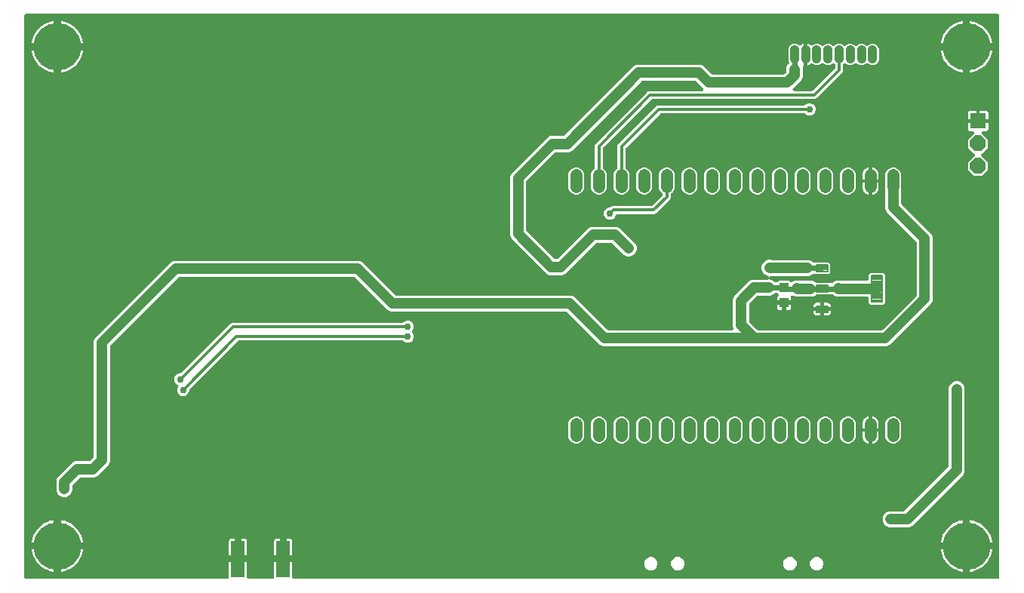
<source format=gbr>
G04 EAGLE Gerber RS-274X export*
G75*
%MOMM*%
%FSLAX34Y34*%
%LPD*%
%INBottom Copper*%
%IPPOS*%
%AMOC8*
5,1,8,0,0,1.08239X$1,22.5*%
G01*
%ADD10C,1.008000*%
%ADD11R,1.778000X1.778000*%
%ADD12P,1.924489X8X22.500000*%
%ADD13C,1.320800*%
%ADD14C,0.198000*%
%ADD15C,0.203000*%
%ADD16R,1.000000X1.100000*%
%ADD17C,5.334000*%
%ADD18R,1.524000X4.064000*%
%ADD19C,0.756400*%
%ADD20C,0.400000*%
%ADD21C,0.600000*%
%ADD22C,1.200000*%
%ADD23C,0.300000*%

G36*
X230470Y3004D02*
X230470Y3004D01*
X230500Y3002D01*
X230669Y3024D01*
X230837Y3041D01*
X230866Y3050D01*
X230896Y3054D01*
X231057Y3109D01*
X231219Y3159D01*
X231246Y3173D01*
X231274Y3183D01*
X231420Y3269D01*
X231569Y3350D01*
X231593Y3370D01*
X231619Y3385D01*
X231745Y3498D01*
X231875Y3608D01*
X231894Y3631D01*
X231916Y3652D01*
X232017Y3788D01*
X232123Y3921D01*
X232137Y3948D01*
X232155Y3972D01*
X232227Y4125D01*
X232304Y4277D01*
X232312Y4306D01*
X232325Y4333D01*
X232365Y4499D01*
X232410Y4662D01*
X232413Y4692D01*
X232420Y4721D01*
X232439Y5000D01*
X232439Y21511D01*
X240790Y21511D01*
X240820Y21514D01*
X240850Y21512D01*
X241019Y21534D01*
X241187Y21551D01*
X241216Y21560D01*
X241246Y21563D01*
X241407Y21618D01*
X241569Y21669D01*
X241595Y21683D01*
X241624Y21693D01*
X241770Y21779D01*
X241919Y21860D01*
X241942Y21880D01*
X241969Y21895D01*
X242095Y22008D01*
X242225Y22118D01*
X242243Y22141D01*
X242266Y22162D01*
X242367Y22298D01*
X242473Y22431D01*
X242487Y22458D01*
X242505Y22482D01*
X242577Y22635D01*
X242595Y22672D01*
X242679Y22530D01*
X242761Y22380D01*
X242780Y22357D01*
X242795Y22331D01*
X242909Y22205D01*
X243018Y22075D01*
X243042Y22056D01*
X243062Y22034D01*
X243198Y21933D01*
X243331Y21827D01*
X243358Y21813D01*
X243382Y21795D01*
X243536Y21723D01*
X243687Y21646D01*
X243716Y21638D01*
X243744Y21625D01*
X243909Y21585D01*
X244072Y21540D01*
X244102Y21537D01*
X244132Y21530D01*
X244410Y21511D01*
X252761Y21511D01*
X252761Y5000D01*
X252764Y4970D01*
X252762Y4940D01*
X252784Y4771D01*
X252801Y4603D01*
X252810Y4574D01*
X252814Y4544D01*
X252869Y4383D01*
X252919Y4221D01*
X252933Y4194D01*
X252943Y4166D01*
X253029Y4020D01*
X253110Y3871D01*
X253130Y3847D01*
X253145Y3821D01*
X253258Y3695D01*
X253368Y3565D01*
X253391Y3546D01*
X253412Y3524D01*
X253548Y3423D01*
X253681Y3317D01*
X253708Y3303D01*
X253732Y3285D01*
X253885Y3213D01*
X254037Y3136D01*
X254066Y3128D01*
X254093Y3115D01*
X254259Y3075D01*
X254422Y3030D01*
X254452Y3027D01*
X254481Y3020D01*
X254760Y3001D01*
X281240Y3001D01*
X281270Y3004D01*
X281300Y3002D01*
X281469Y3024D01*
X281637Y3041D01*
X281666Y3050D01*
X281696Y3054D01*
X281857Y3109D01*
X282019Y3159D01*
X282046Y3173D01*
X282074Y3183D01*
X282220Y3269D01*
X282369Y3350D01*
X282393Y3370D01*
X282419Y3385D01*
X282545Y3498D01*
X282675Y3608D01*
X282694Y3631D01*
X282716Y3652D01*
X282817Y3788D01*
X282923Y3921D01*
X282937Y3948D01*
X282955Y3972D01*
X283027Y4125D01*
X283104Y4277D01*
X283112Y4306D01*
X283125Y4333D01*
X283165Y4499D01*
X283210Y4662D01*
X283213Y4692D01*
X283220Y4721D01*
X283239Y5000D01*
X283239Y21511D01*
X291590Y21511D01*
X291620Y21514D01*
X291650Y21512D01*
X291819Y21534D01*
X291987Y21551D01*
X292016Y21560D01*
X292046Y21563D01*
X292207Y21618D01*
X292369Y21669D01*
X292395Y21683D01*
X292424Y21693D01*
X292570Y21779D01*
X292719Y21860D01*
X292742Y21880D01*
X292769Y21895D01*
X292895Y22008D01*
X293025Y22118D01*
X293043Y22141D01*
X293066Y22162D01*
X293167Y22298D01*
X293273Y22431D01*
X293287Y22458D01*
X293305Y22482D01*
X293377Y22635D01*
X293395Y22672D01*
X293479Y22530D01*
X293561Y22380D01*
X293580Y22357D01*
X293595Y22331D01*
X293709Y22205D01*
X293818Y22075D01*
X293842Y22056D01*
X293862Y22034D01*
X293998Y21933D01*
X294131Y21827D01*
X294158Y21813D01*
X294182Y21795D01*
X294336Y21723D01*
X294487Y21646D01*
X294516Y21638D01*
X294544Y21625D01*
X294709Y21585D01*
X294872Y21540D01*
X294902Y21537D01*
X294932Y21530D01*
X295210Y21511D01*
X303561Y21511D01*
X303561Y5000D01*
X303564Y4970D01*
X303562Y4940D01*
X303584Y4771D01*
X303601Y4603D01*
X303610Y4574D01*
X303614Y4544D01*
X303669Y4383D01*
X303719Y4221D01*
X303733Y4194D01*
X303743Y4166D01*
X303829Y4020D01*
X303910Y3871D01*
X303930Y3847D01*
X303945Y3821D01*
X304058Y3695D01*
X304168Y3565D01*
X304191Y3546D01*
X304212Y3524D01*
X304348Y3423D01*
X304481Y3317D01*
X304508Y3303D01*
X304532Y3285D01*
X304685Y3213D01*
X304837Y3136D01*
X304866Y3128D01*
X304893Y3115D01*
X305059Y3075D01*
X305222Y3030D01*
X305252Y3027D01*
X305281Y3020D01*
X305560Y3001D01*
X1095000Y3001D01*
X1095030Y3004D01*
X1095060Y3002D01*
X1095229Y3024D01*
X1095397Y3041D01*
X1095426Y3050D01*
X1095456Y3054D01*
X1095617Y3109D01*
X1095779Y3159D01*
X1095806Y3173D01*
X1095834Y3183D01*
X1095980Y3269D01*
X1096129Y3350D01*
X1096153Y3370D01*
X1096179Y3385D01*
X1096305Y3498D01*
X1096435Y3608D01*
X1096454Y3631D01*
X1096476Y3652D01*
X1096577Y3788D01*
X1096683Y3921D01*
X1096697Y3948D01*
X1096715Y3972D01*
X1096787Y4125D01*
X1096864Y4277D01*
X1096872Y4306D01*
X1096885Y4333D01*
X1096925Y4499D01*
X1096970Y4662D01*
X1096973Y4692D01*
X1096980Y4721D01*
X1096999Y5000D01*
X1096999Y635000D01*
X1096996Y635030D01*
X1096998Y635060D01*
X1096976Y635229D01*
X1096959Y635397D01*
X1096950Y635426D01*
X1096946Y635456D01*
X1096891Y635617D01*
X1096841Y635779D01*
X1096827Y635806D01*
X1096817Y635834D01*
X1096731Y635980D01*
X1096650Y636129D01*
X1096630Y636153D01*
X1096615Y636179D01*
X1096502Y636305D01*
X1096392Y636435D01*
X1096369Y636454D01*
X1096348Y636476D01*
X1096212Y636577D01*
X1096079Y636683D01*
X1096052Y636697D01*
X1096028Y636715D01*
X1095875Y636787D01*
X1095723Y636864D01*
X1095694Y636872D01*
X1095667Y636885D01*
X1095501Y636925D01*
X1095338Y636970D01*
X1095308Y636973D01*
X1095279Y636980D01*
X1095000Y636999D01*
X5000Y636999D01*
X4970Y636996D01*
X4940Y636998D01*
X4771Y636976D01*
X4603Y636959D01*
X4574Y636950D01*
X4544Y636946D01*
X4383Y636891D01*
X4221Y636841D01*
X4194Y636827D01*
X4166Y636817D01*
X4020Y636731D01*
X3871Y636650D01*
X3847Y636630D01*
X3821Y636615D01*
X3695Y636502D01*
X3565Y636392D01*
X3546Y636369D01*
X3524Y636348D01*
X3423Y636212D01*
X3317Y636079D01*
X3303Y636052D01*
X3285Y636028D01*
X3213Y635875D01*
X3136Y635723D01*
X3128Y635694D01*
X3115Y635667D01*
X3075Y635501D01*
X3030Y635338D01*
X3027Y635308D01*
X3020Y635279D01*
X3001Y635000D01*
X3001Y5000D01*
X3004Y4970D01*
X3002Y4940D01*
X3024Y4771D01*
X3041Y4603D01*
X3050Y4574D01*
X3054Y4544D01*
X3109Y4383D01*
X3159Y4221D01*
X3173Y4194D01*
X3183Y4166D01*
X3269Y4020D01*
X3350Y3871D01*
X3370Y3847D01*
X3385Y3821D01*
X3498Y3695D01*
X3608Y3565D01*
X3631Y3546D01*
X3652Y3524D01*
X3788Y3423D01*
X3921Y3317D01*
X3948Y3303D01*
X3972Y3285D01*
X4125Y3213D01*
X4277Y3136D01*
X4306Y3128D01*
X4333Y3115D01*
X4499Y3075D01*
X4662Y3030D01*
X4692Y3027D01*
X4721Y3020D01*
X5000Y3001D01*
X230440Y3001D01*
X230470Y3004D01*
G37*
%LPC*%
G36*
X46210Y94999D02*
X46210Y94999D01*
X42902Y96370D01*
X40370Y98902D01*
X38999Y102210D01*
X38999Y113790D01*
X40370Y117098D01*
X56902Y133630D01*
X60210Y135001D01*
X75444Y135001D01*
X75489Y135005D01*
X75534Y135003D01*
X75687Y135025D01*
X75841Y135041D01*
X75884Y135054D01*
X75929Y135061D01*
X76075Y135113D01*
X76223Y135159D01*
X76262Y135180D01*
X76305Y135196D01*
X76437Y135276D01*
X76573Y135350D01*
X76608Y135380D01*
X76647Y135403D01*
X76857Y135586D01*
X80414Y139143D01*
X80442Y139178D01*
X80476Y139208D01*
X80568Y139332D01*
X80667Y139452D01*
X80688Y139492D01*
X80715Y139528D01*
X80781Y139668D01*
X80853Y139805D01*
X80866Y139849D01*
X80885Y139890D01*
X80922Y140040D01*
X80965Y140189D01*
X80969Y140234D01*
X80980Y140278D01*
X80999Y140556D01*
X80999Y269790D01*
X82370Y273098D01*
X167902Y358630D01*
X171210Y360001D01*
X378790Y360001D01*
X382098Y358630D01*
X419143Y321586D01*
X419178Y321558D01*
X419208Y321524D01*
X419332Y321432D01*
X419452Y321333D01*
X419492Y321312D01*
X419528Y321285D01*
X419668Y321219D01*
X419805Y321147D01*
X419849Y321134D01*
X419890Y321115D01*
X420040Y321078D01*
X420189Y321035D01*
X420234Y321031D01*
X420278Y321020D01*
X420556Y321001D01*
X616790Y321001D01*
X620098Y319630D01*
X657143Y282586D01*
X657178Y282558D01*
X657208Y282524D01*
X657332Y282432D01*
X657452Y282333D01*
X657492Y282312D01*
X657528Y282285D01*
X657668Y282219D01*
X657805Y282147D01*
X657849Y282134D01*
X657890Y282115D01*
X658040Y282078D01*
X658189Y282035D01*
X658234Y282031D01*
X658278Y282020D01*
X658556Y282001D01*
X796751Y282001D01*
X796773Y282003D01*
X796796Y282001D01*
X796972Y282023D01*
X797148Y282041D01*
X797170Y282047D01*
X797192Y282050D01*
X797360Y282106D01*
X797530Y282159D01*
X797550Y282170D01*
X797571Y282177D01*
X797724Y282265D01*
X797880Y282350D01*
X797897Y282365D01*
X797917Y282376D01*
X798050Y282494D01*
X798185Y282608D01*
X798199Y282626D01*
X798217Y282641D01*
X798324Y282782D01*
X798434Y282921D01*
X798444Y282941D01*
X798458Y282959D01*
X798534Y283119D01*
X798614Y283277D01*
X798621Y283299D01*
X798630Y283319D01*
X798674Y283491D01*
X798721Y283662D01*
X798723Y283684D01*
X798728Y283707D01*
X798737Y283884D01*
X798749Y284060D01*
X798746Y284083D01*
X798747Y284106D01*
X798720Y284281D01*
X798697Y284456D01*
X798690Y284478D01*
X798686Y284500D01*
X798598Y284765D01*
X797999Y286210D01*
X797999Y316790D01*
X799370Y320098D01*
X802182Y322911D01*
X802183Y322912D01*
X816702Y337430D01*
X820010Y338801D01*
X836871Y338801D01*
X836878Y338801D01*
X836886Y338801D01*
X837076Y338821D01*
X837268Y338841D01*
X837275Y338843D01*
X837283Y338844D01*
X837465Y338902D01*
X837650Y338959D01*
X837656Y338962D01*
X837664Y338965D01*
X837830Y339057D01*
X838000Y339150D01*
X838006Y339155D01*
X838013Y339159D01*
X838157Y339283D01*
X838306Y339408D01*
X838310Y339414D01*
X838316Y339419D01*
X838434Y339569D01*
X838554Y339721D01*
X838557Y339728D01*
X838562Y339734D01*
X838647Y339905D01*
X838735Y340077D01*
X838737Y340084D01*
X838737Y340085D01*
X838750Y340047D01*
X838812Y339866D01*
X838816Y339859D01*
X838819Y339852D01*
X838919Y339685D01*
X839014Y339521D01*
X839020Y339516D01*
X839023Y339509D01*
X839152Y339367D01*
X839281Y339224D01*
X839287Y339219D01*
X839292Y339214D01*
X839447Y339100D01*
X839601Y338985D01*
X839608Y338982D01*
X839614Y338978D01*
X839864Y338853D01*
X843299Y337430D01*
X844343Y336386D01*
X844378Y336358D01*
X844408Y336324D01*
X844532Y336231D01*
X844652Y336134D01*
X844692Y336112D01*
X844728Y336085D01*
X844868Y336019D01*
X845005Y335947D01*
X845049Y335934D01*
X845090Y335915D01*
X845240Y335878D01*
X845388Y335835D01*
X845434Y335831D01*
X845478Y335820D01*
X845756Y335801D01*
X847043Y335801D01*
X847088Y335805D01*
X847134Y335803D01*
X847287Y335825D01*
X847441Y335841D01*
X847484Y335854D01*
X847529Y335861D01*
X847674Y335913D01*
X847822Y335959D01*
X847862Y335980D01*
X847905Y335996D01*
X848037Y336076D01*
X848173Y336150D01*
X848207Y336180D01*
X848246Y336203D01*
X848457Y336386D01*
X849371Y337301D01*
X861029Y337301D01*
X861887Y336443D01*
X861910Y336424D01*
X861930Y336401D01*
X862065Y336297D01*
X862196Y336190D01*
X862223Y336176D01*
X862247Y336157D01*
X862399Y336083D01*
X862549Y336004D01*
X862578Y335995D01*
X862605Y335982D01*
X862770Y335939D01*
X862932Y335891D01*
X862963Y335889D01*
X862992Y335881D01*
X863161Y335872D01*
X863330Y335858D01*
X863361Y335861D01*
X863391Y335859D01*
X863559Y335884D01*
X863727Y335903D01*
X863756Y335913D01*
X863786Y335917D01*
X863946Y335975D01*
X864107Y336027D01*
X864133Y336042D01*
X864162Y336052D01*
X864307Y336141D01*
X864454Y336224D01*
X864477Y336244D01*
X864503Y336260D01*
X864714Y336443D01*
X864901Y336630D01*
X868210Y338001D01*
X871790Y338001D01*
X872147Y337853D01*
X872198Y337838D01*
X872246Y337815D01*
X872389Y337780D01*
X872530Y337738D01*
X872582Y337733D01*
X872634Y337720D01*
X872912Y337701D01*
X887090Y337701D01*
X890398Y336330D01*
X890943Y335786D01*
X890978Y335758D01*
X891008Y335724D01*
X891132Y335632D01*
X891252Y335533D01*
X891292Y335512D01*
X891328Y335485D01*
X891468Y335419D01*
X891605Y335347D01*
X891649Y335334D01*
X891690Y335315D01*
X891840Y335278D01*
X891989Y335235D01*
X892034Y335231D01*
X892078Y335220D01*
X892356Y335201D01*
X905560Y335201D01*
X905653Y335132D01*
X905772Y335033D01*
X905813Y335012D01*
X905849Y334985D01*
X905989Y334919D01*
X906126Y334847D01*
X906169Y334834D01*
X906210Y334815D01*
X906361Y334778D01*
X906509Y334735D01*
X906554Y334731D01*
X906598Y334720D01*
X906877Y334701D01*
X908144Y334701D01*
X908189Y334705D01*
X908234Y334703D01*
X908387Y334725D01*
X908541Y334741D01*
X908584Y334754D01*
X908629Y334761D01*
X908775Y334813D01*
X908923Y334859D01*
X908962Y334880D01*
X909005Y334896D01*
X909137Y334976D01*
X909273Y335050D01*
X909308Y335080D01*
X909347Y335103D01*
X909557Y335286D01*
X910902Y336630D01*
X914210Y338001D01*
X917790Y338001D01*
X918147Y337853D01*
X918198Y337838D01*
X918246Y337815D01*
X918389Y337780D01*
X918530Y337738D01*
X918582Y337733D01*
X918634Y337720D01*
X918912Y337701D01*
X948300Y337701D01*
X948330Y337704D01*
X948360Y337702D01*
X948529Y337724D01*
X948697Y337741D01*
X948726Y337750D01*
X948756Y337754D01*
X948917Y337809D01*
X949079Y337859D01*
X949106Y337873D01*
X949134Y337883D01*
X949280Y337969D01*
X949429Y338050D01*
X949453Y338070D01*
X949479Y338085D01*
X949605Y338198D01*
X949735Y338308D01*
X949754Y338331D01*
X949776Y338352D01*
X949877Y338488D01*
X949983Y338621D01*
X949997Y338648D01*
X950015Y338672D01*
X950087Y338825D01*
X950164Y338977D01*
X950172Y339006D01*
X950185Y339033D01*
X950225Y339199D01*
X950270Y339362D01*
X950273Y339392D01*
X950280Y339421D01*
X950299Y339700D01*
X950299Y344684D01*
X952066Y346451D01*
X967034Y346451D01*
X968801Y344684D01*
X968801Y312716D01*
X967034Y310949D01*
X952066Y310949D01*
X950299Y312716D01*
X950299Y317700D01*
X950296Y317730D01*
X950298Y317760D01*
X950276Y317929D01*
X950259Y318097D01*
X950250Y318126D01*
X950246Y318156D01*
X950191Y318317D01*
X950141Y318479D01*
X950127Y318506D01*
X950117Y318534D01*
X950031Y318680D01*
X949950Y318829D01*
X949930Y318853D01*
X949915Y318879D01*
X949802Y319005D01*
X949692Y319135D01*
X949669Y319154D01*
X949648Y319176D01*
X949512Y319277D01*
X949379Y319383D01*
X949352Y319397D01*
X949328Y319415D01*
X949175Y319487D01*
X949023Y319564D01*
X948994Y319572D01*
X948967Y319585D01*
X948801Y319625D01*
X948638Y319670D01*
X948608Y319673D01*
X948579Y319680D01*
X948300Y319699D01*
X914510Y319699D01*
X911202Y321070D01*
X910157Y322114D01*
X910122Y322142D01*
X910092Y322176D01*
X909968Y322268D01*
X909848Y322367D01*
X909808Y322388D01*
X909772Y322415D01*
X909632Y322481D01*
X909495Y322553D01*
X909451Y322566D01*
X909410Y322585D01*
X909260Y322622D01*
X909111Y322665D01*
X909066Y322669D01*
X909022Y322680D01*
X908744Y322699D01*
X906877Y322699D01*
X906832Y322695D01*
X906786Y322697D01*
X906633Y322675D01*
X906479Y322659D01*
X906436Y322646D01*
X906391Y322639D01*
X906246Y322587D01*
X906098Y322541D01*
X906058Y322520D01*
X906015Y322504D01*
X905883Y322424D01*
X905747Y322350D01*
X905713Y322320D01*
X905674Y322297D01*
X905562Y322199D01*
X892356Y322199D01*
X892311Y322195D01*
X892266Y322197D01*
X892113Y322175D01*
X891959Y322159D01*
X891916Y322146D01*
X891871Y322139D01*
X891725Y322087D01*
X891577Y322041D01*
X891538Y322020D01*
X891495Y322004D01*
X891363Y321924D01*
X891227Y321850D01*
X891192Y321820D01*
X891153Y321797D01*
X890943Y321614D01*
X890398Y321070D01*
X887090Y319699D01*
X868510Y319699D01*
X865445Y320969D01*
X865364Y320993D01*
X865287Y321027D01*
X865173Y321051D01*
X865063Y321084D01*
X864979Y321092D01*
X864896Y321109D01*
X864780Y321110D01*
X864665Y321121D01*
X864581Y321112D01*
X864497Y321112D01*
X864383Y321090D01*
X864268Y321078D01*
X864187Y321052D01*
X864104Y321036D01*
X863998Y320992D01*
X863887Y320957D01*
X863813Y320916D01*
X863735Y320884D01*
X863639Y320819D01*
X863538Y320763D01*
X863474Y320708D01*
X863404Y320661D01*
X863323Y320578D01*
X863235Y320503D01*
X863183Y320436D01*
X863123Y320376D01*
X863060Y320279D01*
X862989Y320188D01*
X862951Y320113D01*
X862905Y320042D01*
X862862Y319934D01*
X862811Y319831D01*
X862789Y319749D01*
X862758Y319671D01*
X862737Y319557D01*
X862707Y319445D01*
X862702Y319361D01*
X862687Y319278D01*
X862689Y319162D01*
X862682Y319046D01*
X862694Y318962D01*
X862696Y318878D01*
X862730Y318701D01*
X862737Y318651D01*
X862741Y318640D01*
X862741Y315299D01*
X855700Y315299D01*
X855670Y315296D01*
X855640Y315298D01*
X855471Y315276D01*
X855303Y315259D01*
X855274Y315250D01*
X855244Y315246D01*
X855191Y315228D01*
X855038Y315270D01*
X855008Y315273D01*
X854978Y315280D01*
X854700Y315299D01*
X847659Y315299D01*
X847659Y318634D01*
X847832Y319281D01*
X848167Y319860D01*
X848575Y320268D01*
X848594Y320292D01*
X848617Y320311D01*
X848720Y320446D01*
X848828Y320577D01*
X848842Y320604D01*
X848860Y320628D01*
X848935Y320781D01*
X849014Y320931D01*
X849023Y320960D01*
X849036Y320987D01*
X849079Y321151D01*
X849126Y321314D01*
X849129Y321344D01*
X849137Y321373D01*
X849146Y321542D01*
X849160Y321712D01*
X849157Y321742D01*
X849159Y321772D01*
X849134Y321940D01*
X849114Y322109D01*
X849105Y322137D01*
X849101Y322167D01*
X849043Y322328D01*
X848991Y322489D01*
X848976Y322515D01*
X848965Y322543D01*
X848877Y322689D01*
X848794Y322836D01*
X848774Y322859D01*
X848758Y322885D01*
X848575Y323096D01*
X848457Y323214D01*
X848422Y323242D01*
X848391Y323276D01*
X848267Y323368D01*
X848148Y323467D01*
X848107Y323488D01*
X848071Y323515D01*
X847931Y323581D01*
X847794Y323653D01*
X847751Y323666D01*
X847710Y323685D01*
X847559Y323722D01*
X847411Y323765D01*
X847366Y323769D01*
X847322Y323780D01*
X847043Y323799D01*
X845756Y323799D01*
X845711Y323795D01*
X845666Y323797D01*
X845513Y323775D01*
X845359Y323759D01*
X845315Y323746D01*
X845271Y323739D01*
X845125Y323687D01*
X844977Y323641D01*
X844937Y323619D01*
X844895Y323604D01*
X844763Y323524D01*
X844627Y323450D01*
X844592Y323420D01*
X844553Y323397D01*
X844343Y323214D01*
X843299Y322170D01*
X839990Y320799D01*
X826356Y320799D01*
X826311Y320795D01*
X826266Y320797D01*
X826113Y320775D01*
X825959Y320759D01*
X825916Y320746D01*
X825871Y320739D01*
X825725Y320687D01*
X825577Y320641D01*
X825538Y320620D01*
X825495Y320604D01*
X825363Y320524D01*
X825227Y320450D01*
X825192Y320420D01*
X825153Y320397D01*
X824943Y320214D01*
X816586Y311857D01*
X816558Y311822D01*
X816524Y311792D01*
X816432Y311668D01*
X816333Y311548D01*
X816312Y311508D01*
X816285Y311472D01*
X816219Y311332D01*
X816147Y311195D01*
X816134Y311151D01*
X816115Y311110D01*
X816078Y310960D01*
X816035Y310812D01*
X816031Y310766D01*
X816020Y310722D01*
X816001Y310444D01*
X816001Y292556D01*
X816005Y292511D01*
X816003Y292466D01*
X816025Y292313D01*
X816041Y292159D01*
X816054Y292116D01*
X816061Y292071D01*
X816113Y291925D01*
X816159Y291777D01*
X816180Y291738D01*
X816196Y291695D01*
X816276Y291563D01*
X816350Y291427D01*
X816380Y291392D01*
X816403Y291353D01*
X816586Y291143D01*
X825143Y282586D01*
X825178Y282558D01*
X825208Y282524D01*
X825332Y282432D01*
X825452Y282333D01*
X825492Y282312D01*
X825528Y282285D01*
X825668Y282219D01*
X825805Y282147D01*
X825849Y282134D01*
X825890Y282115D01*
X826040Y282078D01*
X826189Y282035D01*
X826234Y282031D01*
X826278Y282020D01*
X826556Y282001D01*
X964444Y282001D01*
X964489Y282005D01*
X964534Y282003D01*
X964687Y282025D01*
X964841Y282041D01*
X964884Y282054D01*
X964929Y282061D01*
X965075Y282113D01*
X965223Y282159D01*
X965262Y282180D01*
X965305Y282196D01*
X965437Y282276D01*
X965573Y282350D01*
X965608Y282380D01*
X965647Y282403D01*
X965857Y282586D01*
X1003414Y320143D01*
X1003442Y320178D01*
X1003476Y320208D01*
X1003568Y320332D01*
X1003667Y320452D01*
X1003688Y320492D01*
X1003715Y320528D01*
X1003781Y320668D01*
X1003853Y320805D01*
X1003866Y320849D01*
X1003885Y320890D01*
X1003922Y321040D01*
X1003965Y321189D01*
X1003969Y321234D01*
X1003980Y321278D01*
X1003999Y321556D01*
X1003999Y380444D01*
X1003995Y380489D01*
X1003997Y380534D01*
X1003975Y380687D01*
X1003959Y380841D01*
X1003946Y380884D01*
X1003939Y380929D01*
X1003887Y381075D01*
X1003841Y381223D01*
X1003820Y381262D01*
X1003804Y381305D01*
X1003724Y381437D01*
X1003650Y381573D01*
X1003620Y381608D01*
X1003597Y381647D01*
X1003414Y381857D01*
X970170Y415102D01*
X968799Y418410D01*
X968799Y451190D01*
X969043Y451779D01*
X969058Y451830D01*
X969081Y451878D01*
X969116Y452021D01*
X969158Y452161D01*
X969163Y452214D01*
X969176Y452266D01*
X969195Y452544D01*
X969195Y457716D01*
X970505Y460878D01*
X972926Y463299D01*
X976088Y464609D01*
X979512Y464609D01*
X982674Y463299D01*
X985095Y460878D01*
X986405Y457716D01*
X986405Y452544D01*
X986410Y452491D01*
X986408Y452439D01*
X986430Y452293D01*
X986445Y452147D01*
X986460Y452096D01*
X986468Y452044D01*
X986557Y451779D01*
X986801Y451190D01*
X986801Y424756D01*
X986805Y424711D01*
X986803Y424666D01*
X986825Y424513D01*
X986841Y424359D01*
X986854Y424316D01*
X986861Y424271D01*
X986913Y424125D01*
X986959Y423977D01*
X986980Y423938D01*
X986996Y423895D01*
X987076Y423763D01*
X987150Y423627D01*
X987180Y423592D01*
X987203Y423553D01*
X987386Y423343D01*
X1020630Y390098D01*
X1022001Y386790D01*
X1022001Y315210D01*
X1020630Y311902D01*
X974098Y265370D01*
X970790Y263999D01*
X652210Y263999D01*
X648902Y265370D01*
X611857Y302414D01*
X611822Y302442D01*
X611792Y302476D01*
X611668Y302568D01*
X611548Y302667D01*
X611508Y302688D01*
X611472Y302715D01*
X611332Y302781D01*
X611195Y302853D01*
X611151Y302866D01*
X611110Y302885D01*
X610960Y302922D01*
X610811Y302965D01*
X610766Y302969D01*
X610722Y302980D01*
X610444Y302999D01*
X414210Y302999D01*
X410902Y304370D01*
X373857Y341414D01*
X373822Y341442D01*
X373792Y341476D01*
X373668Y341568D01*
X373548Y341667D01*
X373508Y341688D01*
X373472Y341715D01*
X373332Y341781D01*
X373195Y341853D01*
X373151Y341866D01*
X373110Y341885D01*
X372960Y341922D01*
X372811Y341965D01*
X372766Y341969D01*
X372722Y341980D01*
X372444Y341999D01*
X177556Y341999D01*
X177511Y341995D01*
X177466Y341997D01*
X177313Y341975D01*
X177159Y341959D01*
X177116Y341946D01*
X177071Y341939D01*
X176925Y341887D01*
X176777Y341841D01*
X176738Y341820D01*
X176695Y341804D01*
X176563Y341724D01*
X176427Y341650D01*
X176392Y341620D01*
X176353Y341597D01*
X176143Y341414D01*
X99586Y264857D01*
X99558Y264822D01*
X99524Y264792D01*
X99432Y264668D01*
X99333Y264548D01*
X99312Y264508D01*
X99285Y264472D01*
X99219Y264332D01*
X99147Y264195D01*
X99134Y264151D01*
X99115Y264110D01*
X99078Y263960D01*
X99035Y263811D01*
X99031Y263766D01*
X99020Y263722D01*
X99001Y263444D01*
X99001Y134210D01*
X97630Y130902D01*
X85098Y118370D01*
X81790Y116999D01*
X66556Y116999D01*
X66511Y116995D01*
X66466Y116997D01*
X66313Y116975D01*
X66159Y116959D01*
X66116Y116946D01*
X66071Y116939D01*
X65925Y116887D01*
X65777Y116841D01*
X65738Y116820D01*
X65695Y116804D01*
X65563Y116724D01*
X65427Y116650D01*
X65392Y116620D01*
X65353Y116597D01*
X65143Y116414D01*
X57586Y108857D01*
X57558Y108822D01*
X57524Y108792D01*
X57432Y108668D01*
X57333Y108548D01*
X57312Y108508D01*
X57285Y108472D01*
X57219Y108332D01*
X57147Y108195D01*
X57134Y108151D01*
X57115Y108110D01*
X57078Y107960D01*
X57035Y107811D01*
X57031Y107766D01*
X57020Y107722D01*
X57001Y107444D01*
X57001Y102210D01*
X55630Y98902D01*
X53098Y96370D01*
X49790Y94999D01*
X46210Y94999D01*
G37*
%LPD*%
%LPC*%
G36*
X592210Y343999D02*
X592210Y343999D01*
X588902Y345370D01*
X549370Y384902D01*
X547999Y388210D01*
X547999Y454790D01*
X549370Y458098D01*
X589902Y498630D01*
X593210Y500001D01*
X607444Y500001D01*
X607489Y500005D01*
X607534Y500003D01*
X607687Y500025D01*
X607841Y500041D01*
X607884Y500054D01*
X607929Y500061D01*
X608075Y500113D01*
X608223Y500159D01*
X608262Y500180D01*
X608305Y500196D01*
X608437Y500276D01*
X608573Y500350D01*
X608608Y500380D01*
X608647Y500403D01*
X608857Y500586D01*
X686902Y578630D01*
X690210Y580001D01*
X761790Y580001D01*
X765098Y578630D01*
X774143Y569586D01*
X774178Y569558D01*
X774208Y569524D01*
X774332Y569432D01*
X774452Y569333D01*
X774492Y569312D01*
X774528Y569285D01*
X774668Y569219D01*
X774805Y569147D01*
X774849Y569134D01*
X774890Y569115D01*
X775040Y569078D01*
X775189Y569035D01*
X775234Y569031D01*
X775278Y569020D01*
X775556Y569001D01*
X854444Y569001D01*
X854489Y569005D01*
X854534Y569003D01*
X854687Y569025D01*
X854841Y569041D01*
X854884Y569054D01*
X854929Y569061D01*
X855075Y569113D01*
X855223Y569159D01*
X855262Y569180D01*
X855305Y569196D01*
X855437Y569276D01*
X855573Y569350D01*
X855608Y569380D01*
X855647Y569403D01*
X855857Y569586D01*
X857564Y571293D01*
X857592Y571328D01*
X857626Y571358D01*
X857718Y571482D01*
X857817Y571602D01*
X857838Y571642D01*
X857865Y571678D01*
X857931Y571818D01*
X858003Y571955D01*
X858016Y571999D01*
X858035Y572040D01*
X858072Y572190D01*
X858115Y572339D01*
X858119Y572384D01*
X858130Y572428D01*
X858149Y572706D01*
X858149Y576940D01*
X859520Y580249D01*
X860401Y581130D01*
X860425Y581159D01*
X860453Y581184D01*
X860552Y581314D01*
X860654Y581439D01*
X860671Y581473D01*
X860694Y581503D01*
X860765Y581649D01*
X860840Y581793D01*
X860851Y581829D01*
X860867Y581863D01*
X860907Y582020D01*
X860953Y582176D01*
X860956Y582214D01*
X860965Y582250D01*
X860973Y582412D01*
X860986Y582574D01*
X860982Y582611D01*
X860984Y582649D01*
X860959Y582810D01*
X860941Y582971D01*
X860929Y583006D01*
X860923Y583044D01*
X860834Y583309D01*
X860109Y585060D01*
X860109Y597940D01*
X861181Y600528D01*
X863162Y602509D01*
X865750Y603581D01*
X868550Y603581D01*
X871138Y602509D01*
X871604Y602043D01*
X871628Y602023D01*
X871648Y602001D01*
X871782Y601897D01*
X871914Y601790D01*
X871940Y601776D01*
X871965Y601757D01*
X872117Y601682D01*
X872267Y601604D01*
X872296Y601595D01*
X872323Y601582D01*
X872488Y601539D01*
X872650Y601491D01*
X872680Y601489D01*
X872710Y601481D01*
X872879Y601472D01*
X873048Y601457D01*
X873079Y601461D01*
X873109Y601459D01*
X873276Y601484D01*
X873445Y601503D01*
X873474Y601513D01*
X873504Y601517D01*
X873664Y601574D01*
X873825Y601627D01*
X873851Y601642D01*
X873880Y601652D01*
X874025Y601740D01*
X874172Y601824D01*
X874195Y601844D01*
X874221Y601859D01*
X874432Y602043D01*
X874818Y602428D01*
X876059Y603258D01*
X877439Y603829D01*
X877651Y603872D01*
X877651Y591500D01*
X877651Y578922D01*
X877530Y578881D01*
X877364Y578829D01*
X877341Y578816D01*
X877316Y578808D01*
X877167Y578720D01*
X877014Y578636D01*
X876994Y578619D01*
X876971Y578606D01*
X876842Y578490D01*
X876710Y578378D01*
X876694Y578357D01*
X876674Y578339D01*
X876570Y578200D01*
X876463Y578064D01*
X876451Y578040D01*
X876435Y578019D01*
X876362Y577862D01*
X876283Y577707D01*
X876276Y577681D01*
X876265Y577657D01*
X876224Y577489D01*
X876178Y577322D01*
X876177Y577295D01*
X876170Y577269D01*
X876151Y576991D01*
X876151Y566360D01*
X874780Y563052D01*
X865643Y553914D01*
X865633Y553902D01*
X865621Y553892D01*
X865507Y553748D01*
X865390Y553604D01*
X865383Y553591D01*
X865373Y553579D01*
X865289Y553414D01*
X865203Y553251D01*
X865199Y553237D01*
X865192Y553223D01*
X865143Y553045D01*
X865091Y552868D01*
X865090Y552853D01*
X865086Y552838D01*
X865073Y552655D01*
X865057Y552470D01*
X865059Y552455D01*
X865058Y552440D01*
X865082Y552256D01*
X865103Y552073D01*
X865108Y552059D01*
X865110Y552044D01*
X865170Y551869D01*
X865227Y551693D01*
X865234Y551680D01*
X865239Y551666D01*
X865333Y551506D01*
X865424Y551346D01*
X865434Y551334D01*
X865441Y551321D01*
X865565Y551184D01*
X865686Y551044D01*
X865698Y551035D01*
X865708Y551024D01*
X865855Y550914D01*
X866003Y550801D01*
X866016Y550794D01*
X866028Y550785D01*
X866195Y550707D01*
X866361Y550625D01*
X866376Y550622D01*
X866390Y550615D01*
X866570Y550571D01*
X866748Y550525D01*
X866763Y550524D01*
X866778Y550520D01*
X867056Y550501D01*
X886308Y550501D01*
X886353Y550505D01*
X886398Y550503D01*
X886551Y550525D01*
X886705Y550541D01*
X886748Y550554D01*
X886793Y550561D01*
X886939Y550613D01*
X887087Y550659D01*
X887126Y550680D01*
X887169Y550696D01*
X887301Y550776D01*
X887437Y550850D01*
X887472Y550880D01*
X887511Y550903D01*
X887721Y551086D01*
X912064Y575429D01*
X912092Y575464D01*
X912126Y575494D01*
X912218Y575618D01*
X912317Y575738D01*
X912338Y575778D01*
X912365Y575814D01*
X912430Y575954D01*
X912503Y576091D01*
X912516Y576135D01*
X912535Y576176D01*
X912572Y576326D01*
X912615Y576475D01*
X912619Y576520D01*
X912630Y576564D01*
X912649Y576842D01*
X912649Y579676D01*
X912648Y579691D01*
X912649Y579706D01*
X912628Y579890D01*
X912609Y580073D01*
X912605Y580087D01*
X912603Y580103D01*
X912546Y580278D01*
X912491Y580455D01*
X912484Y580468D01*
X912479Y580482D01*
X912388Y580643D01*
X912300Y580805D01*
X912290Y580817D01*
X912282Y580830D01*
X912161Y580970D01*
X912042Y581110D01*
X912030Y581120D01*
X912020Y581131D01*
X911874Y581244D01*
X911729Y581359D01*
X911716Y581365D01*
X911704Y581375D01*
X911538Y581456D01*
X911373Y581539D01*
X911359Y581544D01*
X911345Y581550D01*
X911165Y581597D01*
X910988Y581646D01*
X910973Y581647D01*
X910958Y581651D01*
X910774Y581661D01*
X910590Y581674D01*
X910575Y581672D01*
X910560Y581673D01*
X910378Y581646D01*
X910194Y581622D01*
X910179Y581617D01*
X910164Y581615D01*
X909991Y581553D01*
X909816Y581492D01*
X909803Y581485D01*
X909788Y581480D01*
X909630Y581384D01*
X909471Y581290D01*
X909460Y581280D01*
X909447Y581272D01*
X909236Y581089D01*
X908638Y580491D01*
X906050Y579419D01*
X903250Y579419D01*
X900662Y580491D01*
X899814Y581339D01*
X899790Y581358D01*
X899770Y581381D01*
X899635Y581485D01*
X899504Y581592D01*
X899478Y581606D01*
X899454Y581625D01*
X899301Y581699D01*
X899151Y581778D01*
X899122Y581787D01*
X899095Y581800D01*
X898931Y581843D01*
X898768Y581891D01*
X898738Y581893D01*
X898708Y581901D01*
X898540Y581910D01*
X898370Y581925D01*
X898340Y581921D01*
X898310Y581923D01*
X898142Y581898D01*
X897973Y581879D01*
X897944Y581869D01*
X897914Y581865D01*
X897754Y581807D01*
X897593Y581755D01*
X897567Y581740D01*
X897539Y581730D01*
X897393Y581642D01*
X897246Y581558D01*
X897223Y581538D01*
X897197Y581522D01*
X896986Y581339D01*
X896138Y580491D01*
X893550Y579419D01*
X890750Y579419D01*
X888162Y580491D01*
X887696Y580957D01*
X887672Y580977D01*
X887652Y580999D01*
X887518Y581103D01*
X887386Y581210D01*
X887360Y581224D01*
X887336Y581243D01*
X887183Y581317D01*
X887033Y581396D01*
X887004Y581405D01*
X886977Y581418D01*
X886813Y581461D01*
X886650Y581509D01*
X886619Y581511D01*
X886590Y581519D01*
X886422Y581528D01*
X886252Y581543D01*
X886222Y581539D01*
X886191Y581541D01*
X886024Y581516D01*
X885855Y581497D01*
X885826Y581487D01*
X885796Y581483D01*
X885637Y581426D01*
X885475Y581373D01*
X885449Y581358D01*
X885420Y581348D01*
X885275Y581260D01*
X885128Y581176D01*
X885105Y581156D01*
X885079Y581141D01*
X884868Y580957D01*
X884482Y580572D01*
X883241Y579742D01*
X881861Y579171D01*
X881649Y579128D01*
X881649Y591500D01*
X881649Y603872D01*
X881861Y603829D01*
X883241Y603258D01*
X884482Y602428D01*
X884868Y602043D01*
X884892Y602023D01*
X884911Y602001D01*
X885046Y601897D01*
X885177Y601790D01*
X885204Y601776D01*
X885228Y601757D01*
X885380Y601683D01*
X885531Y601604D01*
X885560Y601595D01*
X885587Y601582D01*
X885752Y601539D01*
X885914Y601491D01*
X885944Y601489D01*
X885974Y601481D01*
X886143Y601472D01*
X886312Y601457D01*
X886342Y601461D01*
X886372Y601459D01*
X886540Y601484D01*
X886709Y601503D01*
X886738Y601513D01*
X886768Y601517D01*
X886927Y601574D01*
X887089Y601627D01*
X887115Y601642D01*
X887143Y601652D01*
X887289Y601740D01*
X887436Y601824D01*
X887459Y601844D01*
X887485Y601859D01*
X887696Y602043D01*
X888162Y602509D01*
X890750Y603581D01*
X893550Y603581D01*
X896138Y602509D01*
X896986Y601661D01*
X897010Y601642D01*
X897030Y601619D01*
X897164Y601515D01*
X897296Y601408D01*
X897322Y601394D01*
X897346Y601375D01*
X897499Y601301D01*
X897649Y601222D01*
X897678Y601213D01*
X897705Y601200D01*
X897870Y601157D01*
X898032Y601109D01*
X898062Y601107D01*
X898092Y601099D01*
X898261Y601090D01*
X898430Y601075D01*
X898460Y601079D01*
X898490Y601077D01*
X898658Y601102D01*
X898827Y601121D01*
X898856Y601131D01*
X898886Y601135D01*
X899045Y601192D01*
X899207Y601245D01*
X899233Y601260D01*
X899262Y601270D01*
X899407Y601359D01*
X899554Y601442D01*
X899577Y601462D01*
X899603Y601478D01*
X899814Y601661D01*
X900662Y602509D01*
X903250Y603581D01*
X906050Y603581D01*
X908638Y602509D01*
X909486Y601661D01*
X909510Y601642D01*
X909530Y601619D01*
X909664Y601515D01*
X909796Y601408D01*
X909822Y601394D01*
X909846Y601375D01*
X909999Y601301D01*
X910149Y601222D01*
X910178Y601213D01*
X910205Y601200D01*
X910370Y601157D01*
X910532Y601109D01*
X910562Y601107D01*
X910592Y601099D01*
X910761Y601090D01*
X910930Y601075D01*
X910960Y601079D01*
X910990Y601077D01*
X911158Y601102D01*
X911327Y601121D01*
X911356Y601131D01*
X911386Y601135D01*
X911545Y601192D01*
X911707Y601245D01*
X911733Y601260D01*
X911762Y601270D01*
X911907Y601359D01*
X912054Y601442D01*
X912077Y601462D01*
X912103Y601478D01*
X912314Y601661D01*
X913162Y602509D01*
X915750Y603581D01*
X918550Y603581D01*
X921138Y602509D01*
X921986Y601661D01*
X922010Y601642D01*
X922030Y601619D01*
X922164Y601515D01*
X922296Y601408D01*
X922322Y601394D01*
X922346Y601375D01*
X922499Y601301D01*
X922649Y601222D01*
X922678Y601213D01*
X922705Y601200D01*
X922870Y601157D01*
X923032Y601109D01*
X923062Y601107D01*
X923092Y601099D01*
X923261Y601090D01*
X923430Y601075D01*
X923460Y601079D01*
X923490Y601077D01*
X923658Y601102D01*
X923827Y601121D01*
X923856Y601131D01*
X923886Y601135D01*
X924045Y601192D01*
X924207Y601245D01*
X924233Y601260D01*
X924262Y601270D01*
X924407Y601359D01*
X924554Y601442D01*
X924577Y601462D01*
X924603Y601478D01*
X924814Y601661D01*
X925662Y602509D01*
X928250Y603581D01*
X931050Y603581D01*
X933638Y602509D01*
X934486Y601661D01*
X934510Y601642D01*
X934530Y601619D01*
X934664Y601515D01*
X934796Y601408D01*
X934822Y601394D01*
X934846Y601375D01*
X934999Y601301D01*
X935149Y601222D01*
X935178Y601213D01*
X935205Y601200D01*
X935370Y601157D01*
X935532Y601109D01*
X935562Y601107D01*
X935592Y601099D01*
X935761Y601090D01*
X935930Y601075D01*
X935960Y601079D01*
X935990Y601077D01*
X936158Y601102D01*
X936327Y601121D01*
X936356Y601131D01*
X936386Y601135D01*
X936545Y601192D01*
X936707Y601245D01*
X936733Y601260D01*
X936762Y601270D01*
X936907Y601359D01*
X937054Y601442D01*
X937077Y601462D01*
X937103Y601478D01*
X937314Y601661D01*
X938162Y602509D01*
X940750Y603581D01*
X943550Y603581D01*
X946138Y602509D01*
X946986Y601661D01*
X947010Y601642D01*
X947030Y601619D01*
X947164Y601515D01*
X947296Y601408D01*
X947322Y601394D01*
X947346Y601375D01*
X947499Y601301D01*
X947649Y601222D01*
X947678Y601213D01*
X947705Y601200D01*
X947870Y601157D01*
X948032Y601109D01*
X948062Y601107D01*
X948092Y601099D01*
X948261Y601090D01*
X948430Y601075D01*
X948460Y601079D01*
X948490Y601077D01*
X948658Y601102D01*
X948827Y601121D01*
X948856Y601131D01*
X948886Y601135D01*
X949045Y601192D01*
X949207Y601245D01*
X949233Y601260D01*
X949262Y601270D01*
X949407Y601359D01*
X949554Y601442D01*
X949577Y601462D01*
X949603Y601478D01*
X949814Y601661D01*
X950662Y602509D01*
X953250Y603581D01*
X956050Y603581D01*
X958638Y602509D01*
X960619Y600528D01*
X961691Y597940D01*
X961691Y585060D01*
X960619Y582472D01*
X958638Y580491D01*
X956050Y579419D01*
X953250Y579419D01*
X950662Y580491D01*
X949814Y581339D01*
X949790Y581358D01*
X949770Y581381D01*
X949635Y581485D01*
X949504Y581592D01*
X949478Y581606D01*
X949454Y581625D01*
X949301Y581699D01*
X949151Y581778D01*
X949122Y581787D01*
X949095Y581800D01*
X948931Y581843D01*
X948768Y581891D01*
X948738Y581893D01*
X948708Y581901D01*
X948540Y581910D01*
X948370Y581925D01*
X948340Y581921D01*
X948310Y581923D01*
X948142Y581898D01*
X947973Y581879D01*
X947944Y581869D01*
X947914Y581865D01*
X947754Y581807D01*
X947593Y581755D01*
X947567Y581740D01*
X947539Y581730D01*
X947393Y581642D01*
X947246Y581558D01*
X947223Y581538D01*
X947197Y581522D01*
X946986Y581339D01*
X946138Y580491D01*
X943550Y579419D01*
X940750Y579419D01*
X938162Y580491D01*
X937314Y581339D01*
X937290Y581358D01*
X937270Y581381D01*
X937135Y581485D01*
X937004Y581592D01*
X936978Y581606D01*
X936954Y581625D01*
X936801Y581699D01*
X936651Y581778D01*
X936622Y581787D01*
X936595Y581800D01*
X936431Y581843D01*
X936268Y581891D01*
X936238Y581893D01*
X936208Y581901D01*
X936040Y581910D01*
X935870Y581925D01*
X935840Y581921D01*
X935810Y581923D01*
X935642Y581898D01*
X935473Y581879D01*
X935444Y581869D01*
X935414Y581865D01*
X935254Y581807D01*
X935093Y581755D01*
X935067Y581740D01*
X935039Y581730D01*
X934893Y581642D01*
X934746Y581558D01*
X934723Y581538D01*
X934697Y581522D01*
X934486Y581339D01*
X933638Y580491D01*
X931050Y579419D01*
X928250Y579419D01*
X925662Y580491D01*
X925064Y581089D01*
X925052Y581099D01*
X925042Y581110D01*
X924897Y581225D01*
X924754Y581342D01*
X924741Y581349D01*
X924729Y581359D01*
X924564Y581442D01*
X924401Y581528D01*
X924387Y581533D01*
X924373Y581539D01*
X924196Y581589D01*
X924018Y581641D01*
X924003Y581642D01*
X923988Y581646D01*
X923805Y581659D01*
X923620Y581675D01*
X923605Y581673D01*
X923590Y581674D01*
X923406Y581650D01*
X923223Y581629D01*
X923209Y581624D01*
X923194Y581622D01*
X923018Y581562D01*
X922843Y581505D01*
X922830Y581497D01*
X922816Y581492D01*
X922656Y581399D01*
X922496Y581308D01*
X922484Y581298D01*
X922471Y581290D01*
X922333Y581167D01*
X922194Y581046D01*
X922185Y581034D01*
X922174Y581024D01*
X922063Y580875D01*
X921951Y580729D01*
X921944Y580716D01*
X921935Y580703D01*
X921857Y580537D01*
X921775Y580371D01*
X921772Y580356D01*
X921765Y580342D01*
X921721Y580163D01*
X921675Y579984D01*
X921674Y579969D01*
X921670Y579954D01*
X921651Y579676D01*
X921651Y573255D01*
X920966Y571601D01*
X891549Y542184D01*
X889895Y541499D01*
X707692Y541499D01*
X707647Y541495D01*
X707602Y541497D01*
X707449Y541475D01*
X707295Y541459D01*
X707252Y541446D01*
X707207Y541439D01*
X707061Y541387D01*
X706913Y541341D01*
X706874Y541320D01*
X706831Y541304D01*
X706699Y541224D01*
X706563Y541150D01*
X706528Y541120D01*
X706489Y541097D01*
X706279Y540914D01*
X652686Y487321D01*
X652658Y487286D01*
X652624Y487256D01*
X652532Y487132D01*
X652433Y487012D01*
X652412Y486972D01*
X652385Y486936D01*
X652319Y486796D01*
X652247Y486659D01*
X652234Y486615D01*
X652215Y486574D01*
X652178Y486424D01*
X652135Y486275D01*
X652131Y486230D01*
X652120Y486186D01*
X652101Y485908D01*
X652101Y464500D01*
X652105Y464455D01*
X652103Y464410D01*
X652125Y464257D01*
X652141Y464103D01*
X652154Y464060D01*
X652161Y464015D01*
X652213Y463869D01*
X652259Y463721D01*
X652281Y463681D01*
X652296Y463639D01*
X652376Y463507D01*
X652450Y463371D01*
X652480Y463336D01*
X652503Y463297D01*
X652686Y463087D01*
X654895Y460878D01*
X656205Y457716D01*
X656205Y441084D01*
X654895Y437922D01*
X652474Y435501D01*
X649312Y434191D01*
X645888Y434191D01*
X642726Y435501D01*
X640305Y437922D01*
X638995Y441084D01*
X638995Y457716D01*
X640305Y460878D01*
X642514Y463087D01*
X642542Y463122D01*
X642576Y463152D01*
X642668Y463276D01*
X642767Y463396D01*
X642788Y463436D01*
X642815Y463472D01*
X642881Y463612D01*
X642953Y463749D01*
X642966Y463793D01*
X642985Y463834D01*
X643022Y463984D01*
X643065Y464132D01*
X643069Y464178D01*
X643080Y464222D01*
X643099Y464500D01*
X643099Y489495D01*
X643784Y491149D01*
X645332Y492697D01*
X700903Y548268D01*
X702451Y549816D01*
X704105Y550501D01*
X762944Y550501D01*
X762959Y550502D01*
X762974Y550501D01*
X763158Y550522D01*
X763341Y550541D01*
X763356Y550545D01*
X763371Y550547D01*
X763546Y550604D01*
X763723Y550659D01*
X763736Y550666D01*
X763750Y550671D01*
X763911Y550761D01*
X764073Y550850D01*
X764085Y550860D01*
X764098Y550868D01*
X764238Y550989D01*
X764379Y551108D01*
X764388Y551120D01*
X764399Y551130D01*
X764512Y551276D01*
X764627Y551421D01*
X764634Y551434D01*
X764643Y551446D01*
X764724Y551612D01*
X764808Y551777D01*
X764812Y551792D01*
X764818Y551805D01*
X764865Y551983D01*
X764914Y552162D01*
X764915Y552177D01*
X764919Y552192D01*
X764929Y552375D01*
X764942Y552560D01*
X764940Y552575D01*
X764941Y552590D01*
X764914Y552772D01*
X764890Y552956D01*
X764885Y552971D01*
X764883Y552986D01*
X764821Y553159D01*
X764761Y553334D01*
X764753Y553347D01*
X764748Y553362D01*
X764652Y553520D01*
X764559Y553679D01*
X764548Y553690D01*
X764541Y553703D01*
X764357Y553914D01*
X763089Y555182D01*
X763088Y555183D01*
X756857Y561414D01*
X756822Y561442D01*
X756792Y561476D01*
X756668Y561568D01*
X756548Y561667D01*
X756508Y561688D01*
X756472Y561715D01*
X756332Y561781D01*
X756195Y561853D01*
X756151Y561866D01*
X756110Y561885D01*
X755960Y561922D01*
X755811Y561965D01*
X755766Y561969D01*
X755722Y561980D01*
X755444Y561999D01*
X696556Y561999D01*
X696511Y561995D01*
X696466Y561997D01*
X696313Y561975D01*
X696159Y561959D01*
X696116Y561946D01*
X696071Y561939D01*
X695925Y561887D01*
X695777Y561841D01*
X695738Y561820D01*
X695695Y561804D01*
X695563Y561724D01*
X695427Y561650D01*
X695392Y561620D01*
X695353Y561597D01*
X695143Y561414D01*
X617098Y483370D01*
X613790Y481999D01*
X599556Y481999D01*
X599511Y481995D01*
X599466Y481997D01*
X599313Y481975D01*
X599159Y481959D01*
X599116Y481946D01*
X599071Y481939D01*
X598925Y481887D01*
X598777Y481841D01*
X598738Y481820D01*
X598695Y481804D01*
X598563Y481724D01*
X598427Y481650D01*
X598392Y481620D01*
X598353Y481597D01*
X598143Y481414D01*
X566586Y449857D01*
X566558Y449822D01*
X566524Y449792D01*
X566432Y449668D01*
X566333Y449548D01*
X566312Y449508D01*
X566285Y449472D01*
X566219Y449332D01*
X566147Y449195D01*
X566134Y449151D01*
X566115Y449110D01*
X566078Y448960D01*
X566035Y448811D01*
X566031Y448766D01*
X566020Y448722D01*
X566001Y448444D01*
X566001Y394556D01*
X566005Y394511D01*
X566003Y394466D01*
X566025Y394313D01*
X566041Y394159D01*
X566054Y394116D01*
X566061Y394071D01*
X566113Y393925D01*
X566159Y393777D01*
X566180Y393738D01*
X566196Y393695D01*
X566276Y393563D01*
X566350Y393427D01*
X566380Y393392D01*
X566403Y393353D01*
X566586Y393143D01*
X597143Y362586D01*
X597178Y362558D01*
X597208Y362524D01*
X597332Y362432D01*
X597452Y362333D01*
X597492Y362312D01*
X597528Y362285D01*
X597668Y362219D01*
X597805Y362147D01*
X597849Y362134D01*
X597890Y362115D01*
X598040Y362078D01*
X598189Y362035D01*
X598234Y362031D01*
X598278Y362020D01*
X598556Y362001D01*
X600444Y362001D01*
X600489Y362005D01*
X600534Y362003D01*
X600687Y362025D01*
X600841Y362041D01*
X600884Y362054D01*
X600929Y362061D01*
X601075Y362113D01*
X601223Y362159D01*
X601262Y362180D01*
X601305Y362196D01*
X601437Y362276D01*
X601573Y362350D01*
X601608Y362380D01*
X601647Y362403D01*
X601857Y362586D01*
X635902Y396630D01*
X639210Y398001D01*
X667790Y398001D01*
X671098Y396630D01*
X688630Y379098D01*
X690001Y375790D01*
X690001Y372210D01*
X688630Y368902D01*
X686098Y366370D01*
X682790Y364999D01*
X679210Y364999D01*
X675902Y366370D01*
X662857Y379414D01*
X662822Y379442D01*
X662792Y379476D01*
X662668Y379568D01*
X662548Y379667D01*
X662508Y379688D01*
X662472Y379715D01*
X662332Y379781D01*
X662195Y379853D01*
X662151Y379866D01*
X662110Y379885D01*
X661960Y379922D01*
X661811Y379965D01*
X661766Y379969D01*
X661722Y379980D01*
X661444Y379999D01*
X645556Y379999D01*
X645511Y379995D01*
X645466Y379997D01*
X645313Y379975D01*
X645159Y379959D01*
X645116Y379946D01*
X645071Y379939D01*
X644925Y379887D01*
X644777Y379841D01*
X644738Y379820D01*
X644695Y379804D01*
X644563Y379724D01*
X644427Y379650D01*
X644392Y379620D01*
X644353Y379597D01*
X644143Y379414D01*
X610098Y345370D01*
X606790Y343999D01*
X592210Y343999D01*
G37*
%LPD*%
%LPC*%
G36*
X179651Y208217D02*
X179651Y208217D01*
X177158Y209250D01*
X175250Y211158D01*
X174217Y213651D01*
X174217Y216349D01*
X175176Y218664D01*
X175185Y218693D01*
X175198Y218720D01*
X175242Y218884D01*
X175291Y219047D01*
X175294Y219077D01*
X175302Y219106D01*
X175313Y219275D01*
X175328Y219444D01*
X175325Y219474D01*
X175327Y219505D01*
X175304Y219673D01*
X175285Y219841D01*
X175276Y219870D01*
X175272Y219900D01*
X175216Y220061D01*
X175164Y220222D01*
X175150Y220249D01*
X175140Y220277D01*
X175053Y220423D01*
X174970Y220571D01*
X174950Y220594D01*
X174935Y220620D01*
X174821Y220746D01*
X174710Y220875D01*
X174687Y220893D01*
X174666Y220916D01*
X174529Y221016D01*
X174396Y221120D01*
X174368Y221134D01*
X174344Y221152D01*
X174169Y221239D01*
X172250Y223158D01*
X171217Y225651D01*
X171217Y228349D01*
X172250Y230842D01*
X174158Y232750D01*
X176651Y233783D01*
X177590Y233783D01*
X177635Y233787D01*
X177680Y233785D01*
X177833Y233807D01*
X177987Y233823D01*
X178030Y233836D01*
X178075Y233843D01*
X178221Y233895D01*
X178369Y233941D01*
X178408Y233962D01*
X178451Y233978D01*
X178583Y234058D01*
X178719Y234132D01*
X178754Y234162D01*
X178793Y234185D01*
X179003Y234368D01*
X234451Y289816D01*
X236105Y290501D01*
X427080Y290501D01*
X427126Y290505D01*
X427171Y290503D01*
X427324Y290525D01*
X427478Y290541D01*
X427521Y290554D01*
X427566Y290561D01*
X427712Y290613D01*
X427859Y290659D01*
X427899Y290680D01*
X427942Y290696D01*
X428074Y290776D01*
X428210Y290850D01*
X428245Y290880D01*
X428283Y290903D01*
X428494Y291086D01*
X429158Y291750D01*
X431651Y292783D01*
X434349Y292783D01*
X436842Y291750D01*
X438750Y289842D01*
X439783Y287349D01*
X439783Y284651D01*
X438750Y282158D01*
X438506Y281914D01*
X438487Y281890D01*
X438464Y281870D01*
X438361Y281736D01*
X438253Y281605D01*
X438239Y281578D01*
X438221Y281554D01*
X438146Y281401D01*
X438067Y281251D01*
X438058Y281222D01*
X438045Y281195D01*
X438002Y281031D01*
X437954Y280868D01*
X437952Y280838D01*
X437944Y280808D01*
X437935Y280640D01*
X437921Y280470D01*
X437924Y280440D01*
X437922Y280410D01*
X437947Y280242D01*
X437966Y280073D01*
X437976Y280044D01*
X437980Y280014D01*
X438038Y279855D01*
X438090Y279693D01*
X438105Y279667D01*
X438115Y279639D01*
X438204Y279493D01*
X438287Y279346D01*
X438307Y279323D01*
X438323Y279297D01*
X438506Y279086D01*
X438750Y278842D01*
X439783Y276349D01*
X439783Y273651D01*
X438750Y271158D01*
X436842Y269250D01*
X434349Y268217D01*
X431651Y268217D01*
X429158Y269250D01*
X428494Y269914D01*
X428459Y269942D01*
X428429Y269976D01*
X428305Y270068D01*
X428185Y270167D01*
X428145Y270188D01*
X428108Y270215D01*
X427968Y270281D01*
X427831Y270353D01*
X427788Y270366D01*
X427747Y270385D01*
X427597Y270422D01*
X427448Y270465D01*
X427403Y270469D01*
X427359Y270480D01*
X427080Y270499D01*
X243692Y270499D01*
X243647Y270495D01*
X243602Y270497D01*
X243449Y270475D01*
X243295Y270459D01*
X243252Y270446D01*
X243207Y270439D01*
X243061Y270387D01*
X242913Y270341D01*
X242874Y270320D01*
X242831Y270304D01*
X242699Y270224D01*
X242563Y270150D01*
X242528Y270120D01*
X242489Y270097D01*
X242279Y269914D01*
X188368Y216003D01*
X188340Y215968D01*
X188306Y215938D01*
X188214Y215814D01*
X188115Y215694D01*
X188094Y215654D01*
X188067Y215618D01*
X188001Y215478D01*
X187929Y215341D01*
X187916Y215297D01*
X187897Y215256D01*
X187860Y215106D01*
X187817Y214957D01*
X187813Y214912D01*
X187802Y214868D01*
X187783Y214590D01*
X187783Y213651D01*
X186750Y211158D01*
X184842Y209250D01*
X182349Y208217D01*
X179651Y208217D01*
G37*
%LPD*%
%LPC*%
G36*
X973210Y60999D02*
X973210Y60999D01*
X969902Y62370D01*
X967370Y64902D01*
X965999Y68210D01*
X965999Y71790D01*
X967370Y75098D01*
X969902Y77630D01*
X973210Y79001D01*
X989444Y79001D01*
X989489Y79005D01*
X989534Y79003D01*
X989687Y79025D01*
X989841Y79041D01*
X989884Y79054D01*
X989929Y79061D01*
X990075Y79113D01*
X990223Y79159D01*
X990262Y79180D01*
X990305Y79196D01*
X990437Y79276D01*
X990573Y79350D01*
X990608Y79380D01*
X990647Y79403D01*
X990857Y79586D01*
X1039414Y128143D01*
X1039442Y128178D01*
X1039476Y128208D01*
X1039568Y128332D01*
X1039667Y128452D01*
X1039688Y128492D01*
X1039715Y128528D01*
X1039781Y128668D01*
X1039853Y128805D01*
X1039866Y128849D01*
X1039885Y128890D01*
X1039922Y129040D01*
X1039965Y129189D01*
X1039969Y129234D01*
X1039980Y129278D01*
X1039999Y129556D01*
X1039999Y217790D01*
X1041370Y221098D01*
X1043902Y223630D01*
X1047210Y225001D01*
X1050790Y225001D01*
X1054098Y223630D01*
X1056630Y221098D01*
X1058001Y217790D01*
X1058001Y123210D01*
X1056630Y119902D01*
X999098Y62370D01*
X995790Y60999D01*
X973210Y60999D01*
G37*
%LPD*%
%LPC*%
G36*
X671288Y434191D02*
X671288Y434191D01*
X668126Y435501D01*
X665705Y437922D01*
X664395Y441084D01*
X664395Y457716D01*
X665705Y460878D01*
X667914Y463087D01*
X667942Y463122D01*
X667976Y463152D01*
X668068Y463276D01*
X668167Y463396D01*
X668188Y463436D01*
X668215Y463472D01*
X668281Y463612D01*
X668353Y463749D01*
X668366Y463793D01*
X668385Y463834D01*
X668422Y463984D01*
X668465Y464132D01*
X668469Y464178D01*
X668480Y464222D01*
X668499Y464500D01*
X668499Y488895D01*
X669184Y490549D01*
X712451Y533816D01*
X714105Y534501D01*
X878080Y534501D01*
X878126Y534505D01*
X878171Y534503D01*
X878324Y534525D01*
X878478Y534541D01*
X878521Y534554D01*
X878566Y534561D01*
X878712Y534613D01*
X878859Y534659D01*
X878899Y534680D01*
X878942Y534696D01*
X879074Y534776D01*
X879210Y534850D01*
X879245Y534880D01*
X879283Y534903D01*
X879494Y535086D01*
X880158Y535750D01*
X882651Y536783D01*
X885349Y536783D01*
X887842Y535750D01*
X889750Y533842D01*
X890783Y531349D01*
X890783Y528651D01*
X889750Y526158D01*
X887842Y524250D01*
X885349Y523217D01*
X882651Y523217D01*
X880158Y524250D01*
X879494Y524914D01*
X879459Y524942D01*
X879429Y524976D01*
X879305Y525068D01*
X879185Y525167D01*
X879145Y525188D01*
X879108Y525215D01*
X878968Y525281D01*
X878831Y525353D01*
X878788Y525366D01*
X878747Y525385D01*
X878597Y525422D01*
X878448Y525465D01*
X878403Y525469D01*
X878359Y525480D01*
X878080Y525499D01*
X717692Y525499D01*
X717647Y525495D01*
X717602Y525497D01*
X717449Y525475D01*
X717295Y525459D01*
X717252Y525446D01*
X717207Y525439D01*
X717061Y525387D01*
X716913Y525341D01*
X716874Y525320D01*
X716831Y525304D01*
X716699Y525224D01*
X716563Y525150D01*
X716528Y525120D01*
X716489Y525097D01*
X716279Y524914D01*
X678086Y486721D01*
X678058Y486686D01*
X678024Y486656D01*
X677932Y486532D01*
X677833Y486412D01*
X677812Y486372D01*
X677785Y486336D01*
X677719Y486196D01*
X677647Y486059D01*
X677634Y486015D01*
X677615Y485974D01*
X677578Y485824D01*
X677535Y485675D01*
X677531Y485630D01*
X677520Y485586D01*
X677501Y485308D01*
X677501Y464500D01*
X677505Y464455D01*
X677503Y464410D01*
X677525Y464257D01*
X677541Y464103D01*
X677554Y464060D01*
X677561Y464015D01*
X677613Y463869D01*
X677659Y463721D01*
X677681Y463681D01*
X677696Y463639D01*
X677776Y463507D01*
X677850Y463371D01*
X677880Y463336D01*
X677903Y463297D01*
X678086Y463087D01*
X680295Y460878D01*
X681605Y457716D01*
X681605Y441084D01*
X680295Y437922D01*
X677874Y435501D01*
X674712Y434191D01*
X671288Y434191D01*
G37*
%LPD*%
%LPC*%
G36*
X838750Y341453D02*
X838750Y341453D01*
X838688Y341634D01*
X838684Y341641D01*
X838681Y341648D01*
X838582Y341813D01*
X838486Y341979D01*
X838480Y341984D01*
X838477Y341991D01*
X838348Y342133D01*
X838219Y342276D01*
X838213Y342281D01*
X838208Y342286D01*
X838053Y342400D01*
X837899Y342515D01*
X837892Y342518D01*
X837886Y342522D01*
X837636Y342647D01*
X834202Y344070D01*
X831370Y346902D01*
X829999Y350210D01*
X829999Y353790D01*
X831370Y357098D01*
X833902Y359630D01*
X837210Y361001D01*
X840790Y361001D01*
X841147Y360853D01*
X841198Y360838D01*
X841246Y360815D01*
X841389Y360780D01*
X841530Y360738D01*
X841582Y360733D01*
X841634Y360720D01*
X841912Y360701D01*
X883090Y360701D01*
X886398Y359330D01*
X887443Y358286D01*
X887478Y358258D01*
X887508Y358224D01*
X887632Y358132D01*
X887752Y358033D01*
X887792Y358012D01*
X887828Y357985D01*
X887968Y357919D01*
X888105Y357847D01*
X888149Y357834D01*
X888190Y357815D01*
X888340Y357778D01*
X888489Y357735D01*
X888534Y357731D01*
X888578Y357720D01*
X888856Y357701D01*
X889223Y357701D01*
X889268Y357705D01*
X889314Y357703D01*
X889467Y357725D01*
X889621Y357741D01*
X889664Y357754D01*
X889709Y357761D01*
X889854Y357813D01*
X890002Y357859D01*
X890042Y357880D01*
X890085Y357896D01*
X890217Y357976D01*
X890353Y358050D01*
X890387Y358080D01*
X890426Y358103D01*
X890538Y358201D01*
X905549Y358201D01*
X907301Y356449D01*
X907301Y346951D01*
X905549Y345199D01*
X890540Y345199D01*
X890447Y345268D01*
X890328Y345367D01*
X890287Y345388D01*
X890251Y345415D01*
X890111Y345481D01*
X889974Y345553D01*
X889931Y345566D01*
X889890Y345585D01*
X889739Y345622D01*
X889591Y345665D01*
X889546Y345669D01*
X889502Y345680D01*
X889223Y345699D01*
X888856Y345699D01*
X888811Y345695D01*
X888766Y345697D01*
X888613Y345675D01*
X888459Y345659D01*
X888416Y345646D01*
X888371Y345639D01*
X888225Y345587D01*
X888077Y345541D01*
X888038Y345520D01*
X887995Y345504D01*
X887863Y345424D01*
X887727Y345350D01*
X887692Y345320D01*
X887653Y345297D01*
X887443Y345114D01*
X886398Y344070D01*
X883090Y342699D01*
X840629Y342699D01*
X840622Y342699D01*
X840614Y342699D01*
X840424Y342679D01*
X840232Y342659D01*
X840225Y342657D01*
X840217Y342656D01*
X840035Y342598D01*
X839850Y342541D01*
X839844Y342538D01*
X839836Y342535D01*
X839670Y342443D01*
X839500Y342350D01*
X839494Y342345D01*
X839487Y342341D01*
X839343Y342217D01*
X839194Y342092D01*
X839190Y342086D01*
X839184Y342081D01*
X839066Y341931D01*
X838946Y341779D01*
X838943Y341772D01*
X838938Y341766D01*
X838853Y341595D01*
X838765Y341423D01*
X838763Y341416D01*
X838763Y341415D01*
X838750Y341453D01*
G37*
%LPD*%
%LPC*%
G36*
X658651Y406217D02*
X658651Y406217D01*
X656158Y407250D01*
X654250Y409158D01*
X653217Y411651D01*
X653217Y414349D01*
X654250Y416842D01*
X656158Y418750D01*
X658651Y419783D01*
X659590Y419783D01*
X659635Y419787D01*
X659680Y419785D01*
X659833Y419807D01*
X659987Y419823D01*
X660030Y419836D01*
X660075Y419843D01*
X660221Y419895D01*
X660369Y419941D01*
X660408Y419962D01*
X660451Y419978D01*
X660583Y420058D01*
X660719Y420132D01*
X660754Y420162D01*
X660793Y420185D01*
X661003Y420368D01*
X661451Y420816D01*
X663105Y421501D01*
X706308Y421501D01*
X706353Y421505D01*
X706398Y421503D01*
X706551Y421525D01*
X706705Y421541D01*
X706748Y421554D01*
X706793Y421561D01*
X706939Y421613D01*
X707087Y421659D01*
X707126Y421680D01*
X707169Y421696D01*
X707301Y421776D01*
X707437Y421850D01*
X707472Y421880D01*
X707511Y421903D01*
X707721Y422086D01*
X718617Y432982D01*
X718637Y433006D01*
X718659Y433026D01*
X718763Y433160D01*
X718870Y433292D01*
X718884Y433318D01*
X718903Y433342D01*
X718977Y433495D01*
X719056Y433645D01*
X719065Y433674D01*
X719078Y433701D01*
X719121Y433865D01*
X719169Y434028D01*
X719171Y434058D01*
X719179Y434088D01*
X719188Y434256D01*
X719203Y434426D01*
X719199Y434456D01*
X719201Y434487D01*
X719176Y434654D01*
X719157Y434823D01*
X719147Y434852D01*
X719143Y434882D01*
X719086Y435042D01*
X719033Y435203D01*
X719018Y435229D01*
X719008Y435258D01*
X718920Y435402D01*
X718836Y435550D01*
X718816Y435573D01*
X718801Y435599D01*
X718617Y435810D01*
X716505Y437922D01*
X715195Y441084D01*
X715195Y457716D01*
X716505Y460878D01*
X718926Y463299D01*
X722088Y464609D01*
X725512Y464609D01*
X728674Y463299D01*
X731095Y460878D01*
X732405Y457716D01*
X732405Y441084D01*
X731095Y437922D01*
X728886Y435713D01*
X728858Y435678D01*
X728824Y435648D01*
X728732Y435524D01*
X728633Y435404D01*
X728612Y435364D01*
X728585Y435328D01*
X728519Y435188D01*
X728447Y435051D01*
X728434Y435007D01*
X728415Y434966D01*
X728378Y434816D01*
X728335Y434668D01*
X728331Y434622D01*
X728320Y434578D01*
X728301Y434300D01*
X728301Y430905D01*
X727616Y429251D01*
X711549Y413184D01*
X709895Y412499D01*
X668470Y412499D01*
X668432Y412495D01*
X668395Y412498D01*
X668234Y412476D01*
X668073Y412459D01*
X668036Y412448D01*
X667999Y412443D01*
X667846Y412389D01*
X667691Y412341D01*
X667658Y412323D01*
X667622Y412311D01*
X667483Y412228D01*
X667341Y412150D01*
X667312Y412125D01*
X667279Y412106D01*
X667159Y411997D01*
X667035Y411892D01*
X667012Y411863D01*
X666984Y411837D01*
X666888Y411706D01*
X666787Y411579D01*
X666770Y411545D01*
X666748Y411515D01*
X666623Y411265D01*
X665750Y409158D01*
X663842Y407250D01*
X661349Y406217D01*
X658651Y406217D01*
G37*
%LPD*%
%LPC*%
G36*
X1068489Y455209D02*
X1068489Y455209D01*
X1062109Y461589D01*
X1062109Y470611D01*
X1068885Y477386D01*
X1068904Y477410D01*
X1068927Y477430D01*
X1069030Y477564D01*
X1069137Y477696D01*
X1069151Y477722D01*
X1069170Y477746D01*
X1069244Y477899D01*
X1069324Y478049D01*
X1069332Y478078D01*
X1069345Y478105D01*
X1069388Y478269D01*
X1069436Y478432D01*
X1069439Y478462D01*
X1069446Y478492D01*
X1069455Y478660D01*
X1069470Y478830D01*
X1069466Y478860D01*
X1069468Y478890D01*
X1069443Y479058D01*
X1069424Y479227D01*
X1069415Y479256D01*
X1069410Y479286D01*
X1069353Y479446D01*
X1069300Y479607D01*
X1069285Y479633D01*
X1069275Y479662D01*
X1069187Y479807D01*
X1069103Y479954D01*
X1069083Y479977D01*
X1069068Y480003D01*
X1068885Y480214D01*
X1062109Y486989D01*
X1062109Y496011D01*
X1068155Y502056D01*
X1068164Y502068D01*
X1068176Y502078D01*
X1068290Y502222D01*
X1068407Y502366D01*
X1068414Y502379D01*
X1068424Y502391D01*
X1068508Y502556D01*
X1068594Y502719D01*
X1068598Y502733D01*
X1068605Y502747D01*
X1068654Y502924D01*
X1068706Y503102D01*
X1068707Y503117D01*
X1068711Y503132D01*
X1068724Y503315D01*
X1068740Y503500D01*
X1068738Y503515D01*
X1068739Y503530D01*
X1068715Y503714D01*
X1068694Y503897D01*
X1068689Y503911D01*
X1068687Y503926D01*
X1068627Y504101D01*
X1068570Y504277D01*
X1068563Y504290D01*
X1068558Y504304D01*
X1068464Y504464D01*
X1068373Y504624D01*
X1068363Y504636D01*
X1068356Y504649D01*
X1068233Y504786D01*
X1068111Y504926D01*
X1068099Y504935D01*
X1068089Y504946D01*
X1067942Y505055D01*
X1067795Y505169D01*
X1067781Y505176D01*
X1067769Y505185D01*
X1067602Y505263D01*
X1067436Y505345D01*
X1067421Y505348D01*
X1067407Y505355D01*
X1067227Y505399D01*
X1067049Y505445D01*
X1067034Y505446D01*
X1067019Y505450D01*
X1066741Y505469D01*
X1063776Y505469D01*
X1063129Y505642D01*
X1062550Y505977D01*
X1062077Y506450D01*
X1061742Y507029D01*
X1061569Y507676D01*
X1061569Y514869D01*
X1072968Y514869D01*
X1072994Y514871D01*
X1073032Y514869D01*
X1084431Y514869D01*
X1084431Y507676D01*
X1084258Y507029D01*
X1083923Y506450D01*
X1083450Y505977D01*
X1082871Y505642D01*
X1082224Y505469D01*
X1079259Y505469D01*
X1079244Y505468D01*
X1079229Y505469D01*
X1079045Y505448D01*
X1078862Y505429D01*
X1078847Y505425D01*
X1078832Y505423D01*
X1078657Y505366D01*
X1078480Y505311D01*
X1078467Y505304D01*
X1078452Y505299D01*
X1078293Y505209D01*
X1078130Y505120D01*
X1078118Y505110D01*
X1078105Y505102D01*
X1077966Y504982D01*
X1077824Y504862D01*
X1077815Y504850D01*
X1077803Y504840D01*
X1077691Y504694D01*
X1077576Y504549D01*
X1077569Y504536D01*
X1077560Y504524D01*
X1077479Y504358D01*
X1077395Y504193D01*
X1077391Y504178D01*
X1077385Y504165D01*
X1077338Y503986D01*
X1077289Y503808D01*
X1077288Y503793D01*
X1077284Y503778D01*
X1077274Y503593D01*
X1077261Y503410D01*
X1077263Y503395D01*
X1077262Y503380D01*
X1077289Y503197D01*
X1077313Y503014D01*
X1077318Y502999D01*
X1077320Y502984D01*
X1077383Y502810D01*
X1077442Y502636D01*
X1077450Y502623D01*
X1077455Y502609D01*
X1077551Y502451D01*
X1077644Y502291D01*
X1077654Y502280D01*
X1077662Y502267D01*
X1077845Y502056D01*
X1083891Y496011D01*
X1083891Y486989D01*
X1077115Y480214D01*
X1077096Y480190D01*
X1077073Y480170D01*
X1076970Y480036D01*
X1076863Y479904D01*
X1076849Y479878D01*
X1076830Y479854D01*
X1076755Y479701D01*
X1076676Y479551D01*
X1076668Y479522D01*
X1076655Y479495D01*
X1076612Y479331D01*
X1076564Y479168D01*
X1076561Y479138D01*
X1076554Y479108D01*
X1076545Y478940D01*
X1076530Y478770D01*
X1076534Y478740D01*
X1076532Y478710D01*
X1076557Y478542D01*
X1076576Y478373D01*
X1076585Y478344D01*
X1076590Y478314D01*
X1076647Y478154D01*
X1076700Y477993D01*
X1076715Y477967D01*
X1076725Y477939D01*
X1076813Y477793D01*
X1076897Y477646D01*
X1076917Y477623D01*
X1076932Y477597D01*
X1077115Y477386D01*
X1083891Y470611D01*
X1083891Y461589D01*
X1077511Y455209D01*
X1068489Y455209D01*
G37*
%LPD*%
%LPC*%
G36*
X772888Y154791D02*
X772888Y154791D01*
X769726Y156101D01*
X767305Y158522D01*
X765995Y161684D01*
X765995Y178316D01*
X767305Y181478D01*
X769726Y183899D01*
X772888Y185209D01*
X776312Y185209D01*
X779474Y183899D01*
X781895Y181478D01*
X783205Y178316D01*
X783205Y161684D01*
X781895Y158522D01*
X779474Y156101D01*
X776312Y154791D01*
X772888Y154791D01*
G37*
%LPD*%
%LPC*%
G36*
X671288Y154791D02*
X671288Y154791D01*
X668126Y156101D01*
X665705Y158522D01*
X664395Y161684D01*
X664395Y178316D01*
X665705Y181478D01*
X668126Y183899D01*
X671288Y185209D01*
X674712Y185209D01*
X677874Y183899D01*
X680295Y181478D01*
X681605Y178316D01*
X681605Y161684D01*
X680295Y158522D01*
X677874Y156101D01*
X674712Y154791D01*
X671288Y154791D01*
G37*
%LPD*%
%LPC*%
G36*
X696688Y154791D02*
X696688Y154791D01*
X693526Y156101D01*
X691105Y158522D01*
X689795Y161684D01*
X689795Y178316D01*
X691105Y181478D01*
X693526Y183899D01*
X696688Y185209D01*
X700112Y185209D01*
X703274Y183899D01*
X705695Y181478D01*
X707005Y178316D01*
X707005Y161684D01*
X705695Y158522D01*
X703274Y156101D01*
X700112Y154791D01*
X696688Y154791D01*
G37*
%LPD*%
%LPC*%
G36*
X696688Y434191D02*
X696688Y434191D01*
X693526Y435501D01*
X691105Y437922D01*
X689795Y441084D01*
X689795Y457716D01*
X691105Y460878D01*
X693526Y463299D01*
X696688Y464609D01*
X700112Y464609D01*
X703274Y463299D01*
X705695Y460878D01*
X707005Y457716D01*
X707005Y441084D01*
X705695Y437922D01*
X703274Y435501D01*
X700112Y434191D01*
X696688Y434191D01*
G37*
%LPD*%
%LPC*%
G36*
X620488Y434191D02*
X620488Y434191D01*
X617326Y435501D01*
X614905Y437922D01*
X613595Y441084D01*
X613595Y457716D01*
X614905Y460878D01*
X617326Y463299D01*
X620488Y464609D01*
X623912Y464609D01*
X627074Y463299D01*
X629495Y460878D01*
X630805Y457716D01*
X630805Y441084D01*
X629495Y437922D01*
X627074Y435501D01*
X623912Y434191D01*
X620488Y434191D01*
G37*
%LPD*%
%LPC*%
G36*
X722088Y154791D02*
X722088Y154791D01*
X718926Y156101D01*
X716505Y158522D01*
X715195Y161684D01*
X715195Y178316D01*
X716505Y181478D01*
X718926Y183899D01*
X722088Y185209D01*
X725512Y185209D01*
X728674Y183899D01*
X731095Y181478D01*
X732405Y178316D01*
X732405Y161684D01*
X731095Y158522D01*
X728674Y156101D01*
X725512Y154791D01*
X722088Y154791D01*
G37*
%LPD*%
%LPC*%
G36*
X620488Y154791D02*
X620488Y154791D01*
X617326Y156101D01*
X614905Y158522D01*
X613595Y161684D01*
X613595Y178316D01*
X614905Y181478D01*
X617326Y183899D01*
X620488Y185209D01*
X623912Y185209D01*
X627074Y183899D01*
X629495Y181478D01*
X630805Y178316D01*
X630805Y161684D01*
X629495Y158522D01*
X627074Y156101D01*
X623912Y154791D01*
X620488Y154791D01*
G37*
%LPD*%
%LPC*%
G36*
X874488Y154791D02*
X874488Y154791D01*
X871326Y156101D01*
X868905Y158522D01*
X867595Y161684D01*
X867595Y178316D01*
X868905Y181478D01*
X871326Y183899D01*
X874488Y185209D01*
X877912Y185209D01*
X881074Y183899D01*
X883495Y181478D01*
X884805Y178316D01*
X884805Y161684D01*
X883495Y158522D01*
X881074Y156101D01*
X877912Y154791D01*
X874488Y154791D01*
G37*
%LPD*%
%LPC*%
G36*
X747488Y154791D02*
X747488Y154791D01*
X744326Y156101D01*
X741905Y158522D01*
X740595Y161684D01*
X740595Y178316D01*
X741905Y181478D01*
X744326Y183899D01*
X747488Y185209D01*
X750912Y185209D01*
X754074Y183899D01*
X756495Y181478D01*
X757805Y178316D01*
X757805Y161684D01*
X756495Y158522D01*
X754074Y156101D01*
X750912Y154791D01*
X747488Y154791D01*
G37*
%LPD*%
%LPC*%
G36*
X823688Y154791D02*
X823688Y154791D01*
X820526Y156101D01*
X818105Y158522D01*
X816795Y161684D01*
X816795Y178316D01*
X818105Y181478D01*
X820526Y183899D01*
X823688Y185209D01*
X827112Y185209D01*
X830274Y183899D01*
X832695Y181478D01*
X834005Y178316D01*
X834005Y161684D01*
X832695Y158522D01*
X830274Y156101D01*
X827112Y154791D01*
X823688Y154791D01*
G37*
%LPD*%
%LPC*%
G36*
X645888Y154791D02*
X645888Y154791D01*
X642726Y156101D01*
X640305Y158522D01*
X638995Y161684D01*
X638995Y178316D01*
X640305Y181478D01*
X642726Y183899D01*
X645888Y185209D01*
X649312Y185209D01*
X652474Y183899D01*
X654895Y181478D01*
X656205Y178316D01*
X656205Y161684D01*
X654895Y158522D01*
X652474Y156101D01*
X649312Y154791D01*
X645888Y154791D01*
G37*
%LPD*%
%LPC*%
G36*
X925288Y154791D02*
X925288Y154791D01*
X922126Y156101D01*
X919705Y158522D01*
X918395Y161684D01*
X918395Y178316D01*
X919705Y181478D01*
X922126Y183899D01*
X925288Y185209D01*
X928712Y185209D01*
X931874Y183899D01*
X934295Y181478D01*
X935605Y178316D01*
X935605Y161684D01*
X934295Y158522D01*
X931874Y156101D01*
X928712Y154791D01*
X925288Y154791D01*
G37*
%LPD*%
%LPC*%
G36*
X798288Y154791D02*
X798288Y154791D01*
X795126Y156101D01*
X792705Y158522D01*
X791395Y161684D01*
X791395Y178316D01*
X792705Y181478D01*
X795126Y183899D01*
X798288Y185209D01*
X801712Y185209D01*
X804874Y183899D01*
X807295Y181478D01*
X808605Y178316D01*
X808605Y161684D01*
X807295Y158522D01*
X804874Y156101D01*
X801712Y154791D01*
X798288Y154791D01*
G37*
%LPD*%
%LPC*%
G36*
X849088Y154791D02*
X849088Y154791D01*
X845926Y156101D01*
X843505Y158522D01*
X842195Y161684D01*
X842195Y178316D01*
X843505Y181478D01*
X845926Y183899D01*
X849088Y185209D01*
X852512Y185209D01*
X855674Y183899D01*
X858095Y181478D01*
X859405Y178316D01*
X859405Y161684D01*
X858095Y158522D01*
X855674Y156101D01*
X852512Y154791D01*
X849088Y154791D01*
G37*
%LPD*%
%LPC*%
G36*
X976088Y154791D02*
X976088Y154791D01*
X972926Y156101D01*
X970505Y158522D01*
X969195Y161684D01*
X969195Y178316D01*
X970505Y181478D01*
X972926Y183899D01*
X976088Y185209D01*
X979512Y185209D01*
X982674Y183899D01*
X985095Y181478D01*
X986405Y178316D01*
X986405Y161684D01*
X985095Y158522D01*
X982674Y156101D01*
X979512Y154791D01*
X976088Y154791D01*
G37*
%LPD*%
%LPC*%
G36*
X899888Y154791D02*
X899888Y154791D01*
X896726Y156101D01*
X894305Y158522D01*
X892995Y161684D01*
X892995Y178316D01*
X894305Y181478D01*
X896726Y183899D01*
X899888Y185209D01*
X903312Y185209D01*
X906474Y183899D01*
X908895Y181478D01*
X910205Y178316D01*
X910205Y161684D01*
X908895Y158522D01*
X906474Y156101D01*
X903312Y154791D01*
X899888Y154791D01*
G37*
%LPD*%
%LPC*%
G36*
X899888Y434191D02*
X899888Y434191D01*
X896726Y435501D01*
X894305Y437922D01*
X892995Y441084D01*
X892995Y457716D01*
X894305Y460878D01*
X896726Y463299D01*
X899888Y464609D01*
X903312Y464609D01*
X906474Y463299D01*
X908895Y460878D01*
X910205Y457716D01*
X910205Y441084D01*
X908895Y437922D01*
X906474Y435501D01*
X903312Y434191D01*
X899888Y434191D01*
G37*
%LPD*%
%LPC*%
G36*
X874488Y434191D02*
X874488Y434191D01*
X871326Y435501D01*
X868905Y437922D01*
X867595Y441084D01*
X867595Y457716D01*
X868905Y460878D01*
X871326Y463299D01*
X874488Y464609D01*
X877912Y464609D01*
X881074Y463299D01*
X883495Y460878D01*
X884805Y457716D01*
X884805Y441084D01*
X883495Y437922D01*
X881074Y435501D01*
X877912Y434191D01*
X874488Y434191D01*
G37*
%LPD*%
%LPC*%
G36*
X849088Y434191D02*
X849088Y434191D01*
X845926Y435501D01*
X843505Y437922D01*
X842195Y441084D01*
X842195Y457716D01*
X843505Y460878D01*
X845926Y463299D01*
X849088Y464609D01*
X852512Y464609D01*
X855674Y463299D01*
X858095Y460878D01*
X859405Y457716D01*
X859405Y441084D01*
X858095Y437922D01*
X855674Y435501D01*
X852512Y434191D01*
X849088Y434191D01*
G37*
%LPD*%
%LPC*%
G36*
X823688Y434191D02*
X823688Y434191D01*
X820526Y435501D01*
X818105Y437922D01*
X816795Y441084D01*
X816795Y457716D01*
X818105Y460878D01*
X820526Y463299D01*
X823688Y464609D01*
X827112Y464609D01*
X830274Y463299D01*
X832695Y460878D01*
X834005Y457716D01*
X834005Y441084D01*
X832695Y437922D01*
X830274Y435501D01*
X827112Y434191D01*
X823688Y434191D01*
G37*
%LPD*%
%LPC*%
G36*
X925288Y434191D02*
X925288Y434191D01*
X922126Y435501D01*
X919705Y437922D01*
X918395Y441084D01*
X918395Y457716D01*
X919705Y460878D01*
X922126Y463299D01*
X925288Y464609D01*
X928712Y464609D01*
X931874Y463299D01*
X934295Y460878D01*
X935605Y457716D01*
X935605Y441084D01*
X934295Y437922D01*
X931874Y435501D01*
X928712Y434191D01*
X925288Y434191D01*
G37*
%LPD*%
%LPC*%
G36*
X747488Y434191D02*
X747488Y434191D01*
X744326Y435501D01*
X741905Y437922D01*
X740595Y441084D01*
X740595Y457716D01*
X741905Y460878D01*
X744326Y463299D01*
X747488Y464609D01*
X750912Y464609D01*
X754074Y463299D01*
X756495Y460878D01*
X757805Y457716D01*
X757805Y441084D01*
X756495Y437922D01*
X754074Y435501D01*
X750912Y434191D01*
X747488Y434191D01*
G37*
%LPD*%
%LPC*%
G36*
X798288Y434191D02*
X798288Y434191D01*
X795126Y435501D01*
X792705Y437922D01*
X791395Y441084D01*
X791395Y457716D01*
X792705Y460878D01*
X795126Y463299D01*
X798288Y464609D01*
X801712Y464609D01*
X804874Y463299D01*
X807295Y460878D01*
X808605Y457716D01*
X808605Y441084D01*
X807295Y437922D01*
X804874Y435501D01*
X801712Y434191D01*
X798288Y434191D01*
G37*
%LPD*%
%LPC*%
G36*
X772888Y434191D02*
X772888Y434191D01*
X769726Y435501D01*
X767305Y437922D01*
X765995Y441084D01*
X765995Y457716D01*
X767305Y460878D01*
X769726Y463299D01*
X772888Y464609D01*
X776312Y464609D01*
X779474Y463299D01*
X781895Y460878D01*
X783205Y457716D01*
X783205Y441084D01*
X781895Y437922D01*
X779474Y435501D01*
X776312Y434191D01*
X772888Y434191D01*
G37*
%LPD*%
%LPC*%
G36*
X43999Y43999D02*
X43999Y43999D01*
X43999Y68945D01*
X44901Y68843D01*
X48099Y68113D01*
X51196Y67030D01*
X54152Y65606D01*
X56930Y63861D01*
X59495Y61815D01*
X61815Y59495D01*
X63861Y56930D01*
X65606Y54152D01*
X67030Y51196D01*
X68113Y48099D01*
X68843Y44901D01*
X68945Y43999D01*
X43999Y43999D01*
G37*
%LPD*%
%LPC*%
G36*
X1063999Y603999D02*
X1063999Y603999D01*
X1063999Y628945D01*
X1064901Y628843D01*
X1068099Y628113D01*
X1071196Y627030D01*
X1074152Y625606D01*
X1076930Y623861D01*
X1079495Y621815D01*
X1081815Y619495D01*
X1083861Y616930D01*
X1085606Y614152D01*
X1087030Y611196D01*
X1088113Y608099D01*
X1088843Y604901D01*
X1088945Y603999D01*
X1063999Y603999D01*
G37*
%LPD*%
%LPC*%
G36*
X1063999Y43999D02*
X1063999Y43999D01*
X1063999Y68945D01*
X1064901Y68843D01*
X1068099Y68113D01*
X1071196Y67030D01*
X1074152Y65606D01*
X1076930Y63861D01*
X1079495Y61815D01*
X1081815Y59495D01*
X1083861Y56930D01*
X1085606Y54152D01*
X1087030Y51196D01*
X1088113Y48099D01*
X1088843Y44901D01*
X1088945Y43999D01*
X1063999Y43999D01*
G37*
%LPD*%
%LPC*%
G36*
X43999Y603999D02*
X43999Y603999D01*
X43999Y628945D01*
X44901Y628843D01*
X48099Y628113D01*
X51196Y627030D01*
X54152Y625606D01*
X56930Y623861D01*
X59495Y621815D01*
X61815Y619495D01*
X63861Y616930D01*
X65606Y614152D01*
X67030Y611196D01*
X68113Y608099D01*
X68843Y604901D01*
X68945Y603999D01*
X43999Y603999D01*
G37*
%LPD*%
%LPC*%
G36*
X1031055Y603999D02*
X1031055Y603999D01*
X1031157Y604901D01*
X1031887Y608099D01*
X1032970Y611196D01*
X1034394Y614152D01*
X1036139Y616930D01*
X1038185Y619495D01*
X1040505Y621815D01*
X1043070Y623861D01*
X1045848Y625606D01*
X1048804Y627030D01*
X1051901Y628113D01*
X1055099Y628843D01*
X1056001Y628945D01*
X1056001Y603999D01*
X1031055Y603999D01*
G37*
%LPD*%
%LPC*%
G36*
X43999Y36001D02*
X43999Y36001D01*
X68945Y36001D01*
X68843Y35099D01*
X68113Y31901D01*
X67030Y28804D01*
X65606Y25848D01*
X63861Y23070D01*
X61815Y20505D01*
X59495Y18185D01*
X56930Y16139D01*
X54152Y14394D01*
X51196Y12970D01*
X48099Y11887D01*
X44901Y11157D01*
X43999Y11055D01*
X43999Y36001D01*
G37*
%LPD*%
%LPC*%
G36*
X11055Y603999D02*
X11055Y603999D01*
X11157Y604901D01*
X11887Y608099D01*
X12970Y611196D01*
X14394Y614152D01*
X16139Y616930D01*
X18185Y619495D01*
X20505Y621815D01*
X23070Y623861D01*
X25848Y625606D01*
X28804Y627030D01*
X31901Y628113D01*
X35099Y628843D01*
X36001Y628945D01*
X36001Y603999D01*
X11055Y603999D01*
G37*
%LPD*%
%LPC*%
G36*
X43999Y596001D02*
X43999Y596001D01*
X68945Y596001D01*
X68843Y595099D01*
X68113Y591901D01*
X67030Y588804D01*
X65606Y585848D01*
X63861Y583070D01*
X61815Y580505D01*
X59495Y578185D01*
X56930Y576139D01*
X54152Y574394D01*
X51196Y572970D01*
X48099Y571887D01*
X44901Y571157D01*
X43999Y571055D01*
X43999Y596001D01*
G37*
%LPD*%
%LPC*%
G36*
X1063999Y596001D02*
X1063999Y596001D01*
X1088945Y596001D01*
X1088843Y595099D01*
X1088113Y591901D01*
X1087030Y588804D01*
X1085606Y585848D01*
X1083861Y583070D01*
X1081815Y580505D01*
X1079495Y578185D01*
X1076930Y576139D01*
X1074152Y574394D01*
X1071196Y572970D01*
X1068099Y571887D01*
X1064901Y571157D01*
X1063999Y571055D01*
X1063999Y596001D01*
G37*
%LPD*%
%LPC*%
G36*
X1031055Y43999D02*
X1031055Y43999D01*
X1031157Y44901D01*
X1031887Y48099D01*
X1032970Y51196D01*
X1034394Y54152D01*
X1036139Y56930D01*
X1038185Y59495D01*
X1040505Y61815D01*
X1043070Y63861D01*
X1045848Y65606D01*
X1048804Y67030D01*
X1051901Y68113D01*
X1055099Y68843D01*
X1056001Y68945D01*
X1056001Y43999D01*
X1031055Y43999D01*
G37*
%LPD*%
%LPC*%
G36*
X11055Y43999D02*
X11055Y43999D01*
X11157Y44901D01*
X11887Y48099D01*
X12970Y51196D01*
X14394Y54152D01*
X16139Y56930D01*
X18185Y59495D01*
X20505Y61815D01*
X23070Y63861D01*
X25848Y65606D01*
X28804Y67030D01*
X31901Y68113D01*
X35099Y68843D01*
X36001Y68945D01*
X36001Y43999D01*
X11055Y43999D01*
G37*
%LPD*%
%LPC*%
G36*
X1063999Y36001D02*
X1063999Y36001D01*
X1088945Y36001D01*
X1088843Y35099D01*
X1088113Y31901D01*
X1087030Y28804D01*
X1085606Y25848D01*
X1083861Y23070D01*
X1081815Y20505D01*
X1079495Y18185D01*
X1076930Y16139D01*
X1074152Y14394D01*
X1071196Y12970D01*
X1068099Y11887D01*
X1064901Y11157D01*
X1063999Y11055D01*
X1063999Y36001D01*
G37*
%LPD*%
%LPC*%
G36*
X1055099Y571157D02*
X1055099Y571157D01*
X1051901Y571887D01*
X1048804Y572970D01*
X1045848Y574394D01*
X1043070Y576139D01*
X1040505Y578185D01*
X1038185Y580505D01*
X1036139Y583070D01*
X1034394Y585848D01*
X1032970Y588804D01*
X1031887Y591901D01*
X1031157Y595099D01*
X1031055Y596001D01*
X1056001Y596001D01*
X1056001Y571055D01*
X1055099Y571157D01*
G37*
%LPD*%
%LPC*%
G36*
X35099Y11157D02*
X35099Y11157D01*
X31901Y11887D01*
X28804Y12970D01*
X25848Y14394D01*
X23070Y16139D01*
X20505Y18185D01*
X18185Y20505D01*
X16139Y23070D01*
X14394Y25848D01*
X12970Y28804D01*
X11887Y31901D01*
X11157Y35099D01*
X11055Y36001D01*
X36001Y36001D01*
X36001Y11055D01*
X35099Y11157D01*
G37*
%LPD*%
%LPC*%
G36*
X35099Y571157D02*
X35099Y571157D01*
X31901Y571887D01*
X28804Y572970D01*
X25848Y574394D01*
X23070Y576139D01*
X20505Y578185D01*
X18185Y580505D01*
X16139Y583070D01*
X14394Y585848D01*
X12970Y588804D01*
X11887Y591901D01*
X11157Y595099D01*
X11055Y596001D01*
X36001Y596001D01*
X36001Y571055D01*
X35099Y571157D01*
G37*
%LPD*%
%LPC*%
G36*
X1055099Y11157D02*
X1055099Y11157D01*
X1051901Y11887D01*
X1048804Y12970D01*
X1045848Y14394D01*
X1043070Y16139D01*
X1040505Y18185D01*
X1038185Y20505D01*
X1036139Y23070D01*
X1034394Y25848D01*
X1032970Y28804D01*
X1031887Y31901D01*
X1031157Y35099D01*
X1031055Y36001D01*
X1056001Y36001D01*
X1056001Y11055D01*
X1055099Y11157D01*
G37*
%LPD*%
%LPC*%
G36*
X860508Y12499D02*
X860508Y12499D01*
X857751Y13641D01*
X855641Y15751D01*
X854499Y18508D01*
X854499Y21492D01*
X855641Y24249D01*
X857751Y26359D01*
X860508Y27501D01*
X863492Y27501D01*
X866249Y26359D01*
X868359Y24249D01*
X869501Y21492D01*
X869501Y18508D01*
X868359Y15751D01*
X866249Y13641D01*
X863492Y12499D01*
X860508Y12499D01*
G37*
%LPD*%
%LPC*%
G36*
X890508Y12499D02*
X890508Y12499D01*
X887751Y13641D01*
X885641Y15751D01*
X884499Y18508D01*
X884499Y21492D01*
X885641Y24249D01*
X887751Y26359D01*
X890508Y27501D01*
X893492Y27501D01*
X896249Y26359D01*
X898359Y24249D01*
X899501Y21492D01*
X899501Y18508D01*
X898359Y15751D01*
X896249Y13641D01*
X893492Y12499D01*
X890508Y12499D01*
G37*
%LPD*%
%LPC*%
G36*
X734508Y12499D02*
X734508Y12499D01*
X731751Y13641D01*
X729641Y15751D01*
X728499Y18508D01*
X728499Y21492D01*
X729641Y24249D01*
X731751Y26359D01*
X734508Y27501D01*
X737492Y27501D01*
X740249Y26359D01*
X742359Y24249D01*
X743501Y21492D01*
X743501Y18508D01*
X742359Y15751D01*
X740249Y13641D01*
X737492Y12499D01*
X734508Y12499D01*
G37*
%LPD*%
%LPC*%
G36*
X704508Y12499D02*
X704508Y12499D01*
X701751Y13641D01*
X699641Y15751D01*
X698499Y18508D01*
X698499Y21492D01*
X699641Y24249D01*
X701751Y26359D01*
X704508Y27501D01*
X707492Y27501D01*
X710249Y26359D01*
X712359Y24249D01*
X713501Y21492D01*
X713501Y18508D01*
X712359Y15751D01*
X710249Y13641D01*
X707492Y12499D01*
X704508Y12499D01*
G37*
%LPD*%
%LPC*%
G36*
X246409Y29129D02*
X246409Y29129D01*
X246409Y48181D01*
X250554Y48181D01*
X251201Y48008D01*
X251780Y47673D01*
X252253Y47200D01*
X252588Y46621D01*
X252761Y45974D01*
X252761Y29129D01*
X246409Y29129D01*
G37*
%LPD*%
%LPC*%
G36*
X297209Y29129D02*
X297209Y29129D01*
X297209Y48181D01*
X301354Y48181D01*
X302001Y48008D01*
X302580Y47673D01*
X303053Y47200D01*
X303388Y46621D01*
X303561Y45974D01*
X303561Y29129D01*
X297209Y29129D01*
G37*
%LPD*%
%LPC*%
G36*
X283239Y29129D02*
X283239Y29129D01*
X283239Y45974D01*
X283412Y46621D01*
X283747Y47200D01*
X284220Y47673D01*
X284799Y48008D01*
X285446Y48181D01*
X289591Y48181D01*
X289591Y29129D01*
X283239Y29129D01*
G37*
%LPD*%
%LPC*%
G36*
X232439Y29129D02*
X232439Y29129D01*
X232439Y45974D01*
X232612Y46621D01*
X232947Y47200D01*
X233420Y47673D01*
X233999Y48008D01*
X234646Y48181D01*
X238791Y48181D01*
X238791Y29129D01*
X232439Y29129D01*
G37*
%LPD*%
%LPC*%
G36*
X1075031Y518931D02*
X1075031Y518931D01*
X1075031Y528331D01*
X1082224Y528331D01*
X1082871Y528158D01*
X1083450Y527823D01*
X1083923Y527350D01*
X1084258Y526771D01*
X1084431Y526124D01*
X1084431Y518931D01*
X1075031Y518931D01*
G37*
%LPD*%
%LPC*%
G36*
X1061569Y518931D02*
X1061569Y518931D01*
X1061569Y526124D01*
X1061742Y526771D01*
X1062077Y527350D01*
X1062550Y527823D01*
X1063129Y528158D01*
X1063776Y528331D01*
X1070969Y528331D01*
X1070969Y518931D01*
X1061569Y518931D01*
G37*
%LPD*%
%LPC*%
G36*
X954431Y172031D02*
X954431Y172031D01*
X954431Y185541D01*
X954541Y185524D01*
X955910Y185079D01*
X957193Y184425D01*
X958357Y183579D01*
X959375Y182561D01*
X960221Y181397D01*
X960875Y180114D01*
X961320Y178745D01*
X961545Y177324D01*
X961545Y172031D01*
X954431Y172031D01*
G37*
%LPD*%
%LPC*%
G36*
X954431Y451431D02*
X954431Y451431D01*
X954431Y464941D01*
X954541Y464924D01*
X955910Y464479D01*
X957193Y463825D01*
X958357Y462979D01*
X959375Y461961D01*
X960221Y460797D01*
X960875Y459514D01*
X961320Y458145D01*
X961545Y456724D01*
X961545Y451431D01*
X954431Y451431D01*
G37*
%LPD*%
%LPC*%
G36*
X954431Y167969D02*
X954431Y167969D01*
X961545Y167969D01*
X961545Y162676D01*
X961320Y161255D01*
X960875Y159886D01*
X960221Y158603D01*
X959375Y157439D01*
X958357Y156421D01*
X957193Y155575D01*
X955910Y154921D01*
X954541Y154476D01*
X954431Y154459D01*
X954431Y167969D01*
G37*
%LPD*%
%LPC*%
G36*
X954431Y447369D02*
X954431Y447369D01*
X961545Y447369D01*
X961545Y442076D01*
X961320Y440655D01*
X960875Y439286D01*
X960221Y438003D01*
X959375Y436839D01*
X958357Y435821D01*
X957193Y434975D01*
X955910Y434321D01*
X954541Y433876D01*
X954431Y433859D01*
X954431Y447369D01*
G37*
%LPD*%
%LPC*%
G36*
X943255Y172031D02*
X943255Y172031D01*
X943255Y177324D01*
X943480Y178745D01*
X943925Y180114D01*
X944579Y181397D01*
X945425Y182561D01*
X946443Y183579D01*
X947607Y184425D01*
X948890Y185079D01*
X950259Y185524D01*
X950369Y185541D01*
X950369Y172031D01*
X943255Y172031D01*
G37*
%LPD*%
%LPC*%
G36*
X943255Y451431D02*
X943255Y451431D01*
X943255Y456724D01*
X943480Y458145D01*
X943925Y459514D01*
X944579Y460797D01*
X945425Y461961D01*
X946443Y462979D01*
X947607Y463825D01*
X948890Y464479D01*
X950259Y464924D01*
X950369Y464941D01*
X950369Y451431D01*
X943255Y451431D01*
G37*
%LPD*%
%LPC*%
G36*
X950259Y154476D02*
X950259Y154476D01*
X948890Y154921D01*
X947607Y155575D01*
X946443Y156421D01*
X945425Y157439D01*
X944579Y158603D01*
X943925Y159886D01*
X943480Y161255D01*
X943255Y162676D01*
X943255Y167969D01*
X950369Y167969D01*
X950369Y154459D01*
X950259Y154476D01*
G37*
%LPD*%
%LPC*%
G36*
X950259Y433876D02*
X950259Y433876D01*
X948890Y434321D01*
X947607Y434975D01*
X946443Y435821D01*
X945425Y436839D01*
X944579Y438003D01*
X943925Y439286D01*
X943480Y440655D01*
X943255Y442076D01*
X943255Y447369D01*
X950369Y447369D01*
X950369Y433859D01*
X950259Y433876D01*
G37*
%LPD*%
%LPC*%
G36*
X900299Y307949D02*
X900299Y307949D01*
X900299Y312741D01*
X904775Y312741D01*
X905673Y312500D01*
X906478Y312035D01*
X907135Y311378D01*
X907600Y310573D01*
X907841Y309675D01*
X907841Y307949D01*
X900299Y307949D01*
G37*
%LPD*%
%LPC*%
G36*
X888259Y307949D02*
X888259Y307949D01*
X888259Y309675D01*
X888500Y310573D01*
X888965Y311378D01*
X889622Y312035D01*
X890427Y312500D01*
X891325Y312741D01*
X895801Y312741D01*
X895801Y307949D01*
X888259Y307949D01*
G37*
%LPD*%
%LPC*%
G36*
X900299Y298659D02*
X900299Y298659D01*
X900299Y303451D01*
X907841Y303451D01*
X907841Y301725D01*
X907600Y300827D01*
X907135Y300022D01*
X906478Y299365D01*
X905673Y298900D01*
X904775Y298659D01*
X900299Y298659D01*
G37*
%LPD*%
%LPC*%
G36*
X891325Y298659D02*
X891325Y298659D01*
X890427Y298900D01*
X889622Y299365D01*
X888965Y300022D01*
X888500Y300827D01*
X888259Y301725D01*
X888259Y303451D01*
X895801Y303451D01*
X895801Y298659D01*
X891325Y298659D01*
G37*
%LPD*%
%LPC*%
G36*
X857699Y304759D02*
X857699Y304759D01*
X857699Y310301D01*
X862741Y310301D01*
X862741Y306966D01*
X862568Y306319D01*
X862233Y305740D01*
X861760Y305267D01*
X861181Y304932D01*
X860534Y304759D01*
X857699Y304759D01*
G37*
%LPD*%
%LPC*%
G36*
X849866Y304759D02*
X849866Y304759D01*
X849219Y304932D01*
X848640Y305267D01*
X848167Y305740D01*
X847832Y306319D01*
X847659Y306966D01*
X847659Y310301D01*
X852701Y310301D01*
X852701Y304759D01*
X849866Y304759D01*
G37*
%LPD*%
%LPC*%
G36*
X1059999Y39999D02*
X1059999Y39999D01*
X1059999Y40001D01*
X1060001Y40001D01*
X1060001Y39999D01*
X1059999Y39999D01*
G37*
%LPD*%
%LPC*%
G36*
X39999Y39999D02*
X39999Y39999D01*
X39999Y40001D01*
X40001Y40001D01*
X40001Y39999D01*
X39999Y39999D01*
G37*
%LPD*%
%LPC*%
G36*
X1059999Y599999D02*
X1059999Y599999D01*
X1059999Y600001D01*
X1060001Y600001D01*
X1060001Y599999D01*
X1059999Y599999D01*
G37*
%LPD*%
%LPC*%
G36*
X39999Y599999D02*
X39999Y599999D01*
X39999Y600001D01*
X40001Y600001D01*
X40001Y599999D01*
X39999Y599999D01*
G37*
%LPD*%
D10*
X954650Y586460D02*
X954650Y596540D01*
X942150Y596540D02*
X942150Y586460D01*
X929650Y586460D02*
X929650Y596540D01*
X917150Y596540D02*
X917150Y586460D01*
X904650Y586460D02*
X904650Y596540D01*
X892150Y596540D02*
X892150Y586460D01*
X879650Y586460D02*
X879650Y596540D01*
X867150Y596540D02*
X867150Y586460D01*
D11*
X1073000Y516900D03*
D12*
X1073000Y491500D03*
X1073000Y466100D03*
D13*
X977800Y456004D02*
X977800Y442796D01*
X952400Y442796D02*
X952400Y456004D01*
X927000Y456004D02*
X927000Y442796D01*
X901600Y442796D02*
X901600Y456004D01*
X876200Y456004D02*
X876200Y442796D01*
X850800Y442796D02*
X850800Y456004D01*
X825400Y456004D02*
X825400Y442796D01*
X800000Y442796D02*
X800000Y456004D01*
X774600Y456004D02*
X774600Y442796D01*
X749200Y442796D02*
X749200Y456004D01*
X723800Y456004D02*
X723800Y442796D01*
X698400Y442796D02*
X698400Y456004D01*
X673000Y456004D02*
X673000Y442796D01*
X647600Y442796D02*
X647600Y456004D01*
X622200Y456004D02*
X622200Y442796D01*
X977800Y176604D02*
X977800Y163396D01*
X952400Y163396D02*
X952400Y176604D01*
X927000Y176604D02*
X927000Y163396D01*
X901600Y163396D02*
X901600Y176604D01*
X876200Y176604D02*
X876200Y163396D01*
X850800Y163396D02*
X850800Y176604D01*
X825400Y176604D02*
X825400Y163396D01*
X800000Y163396D02*
X800000Y176604D01*
X774600Y176604D02*
X774600Y163396D01*
X749200Y163396D02*
X749200Y176604D01*
X723800Y176604D02*
X723800Y163396D01*
X698400Y163396D02*
X698400Y176604D01*
X673000Y176604D02*
X673000Y163396D01*
X647600Y163396D02*
X647600Y176604D01*
X622200Y176604D02*
X622200Y163396D01*
D14*
X891790Y302190D02*
X891790Y309210D01*
X904310Y309210D01*
X904310Y302190D01*
X891790Y302190D01*
X891790Y304071D02*
X904310Y304071D01*
X904310Y305952D02*
X891790Y305952D01*
X891790Y307833D02*
X904310Y307833D01*
X891790Y325190D02*
X891790Y332210D01*
X904310Y332210D01*
X904310Y325190D01*
X891790Y325190D01*
X891790Y327071D02*
X904310Y327071D01*
X904310Y328952D02*
X891790Y328952D01*
X891790Y330833D02*
X904310Y330833D01*
X891790Y348190D02*
X891790Y355210D01*
X904310Y355210D01*
X904310Y348190D01*
X891790Y348190D01*
X891790Y350071D02*
X904310Y350071D01*
X904310Y351952D02*
X891790Y351952D01*
X891790Y353833D02*
X904310Y353833D01*
D15*
X953315Y343435D02*
X953315Y313965D01*
X953315Y343435D02*
X965785Y343435D01*
X965785Y313965D01*
X953315Y313965D01*
X953315Y315893D02*
X965785Y315893D01*
X965785Y317821D02*
X953315Y317821D01*
X953315Y319749D02*
X965785Y319749D01*
X965785Y321677D02*
X953315Y321677D01*
X953315Y323605D02*
X965785Y323605D01*
X965785Y325533D02*
X953315Y325533D01*
X953315Y327461D02*
X965785Y327461D01*
X965785Y329389D02*
X953315Y329389D01*
X953315Y331317D02*
X965785Y331317D01*
X965785Y333245D02*
X953315Y333245D01*
X953315Y335173D02*
X965785Y335173D01*
X965785Y337101D02*
X953315Y337101D01*
X953315Y339029D02*
X965785Y339029D01*
X965785Y340957D02*
X953315Y340957D01*
X953315Y342885D02*
X965785Y342885D01*
D16*
X855200Y329800D03*
X855200Y312800D03*
D17*
X1060000Y40000D03*
X1060000Y600000D03*
X40000Y600000D03*
X40000Y40000D03*
D18*
X242600Y25320D03*
X293400Y25320D03*
D19*
X768000Y237000D03*
X791000Y237000D03*
X818000Y237000D03*
X848000Y237000D03*
X872000Y236000D03*
X893000Y235000D03*
X915000Y235000D03*
X938000Y235000D03*
X939000Y215000D03*
X916000Y216000D03*
X894000Y216000D03*
X873000Y217000D03*
X850000Y218000D03*
X820000Y218000D03*
X792000Y218000D03*
X770000Y218000D03*
X921000Y306000D03*
X936000Y307000D03*
X958000Y301000D03*
X972000Y304000D03*
X921000Y289000D03*
X943000Y289000D03*
X961000Y290000D03*
X1001000Y42000D03*
X986000Y42000D03*
X987000Y27000D03*
X1001000Y28000D03*
X602000Y85000D03*
X613000Y85000D03*
X624000Y85000D03*
X635000Y85000D03*
X646000Y85000D03*
X602000Y73000D03*
X616000Y73000D03*
X631000Y73000D03*
X646000Y73000D03*
X369000Y493000D03*
X387000Y493000D03*
X407000Y493000D03*
X424000Y493000D03*
X438000Y493000D03*
X452000Y493000D03*
X466000Y493000D03*
X481000Y493000D03*
X369000Y476000D03*
X387000Y476000D03*
X407000Y476000D03*
X424000Y476000D03*
X438000Y476000D03*
X452000Y476000D03*
X466000Y476000D03*
X481000Y476000D03*
X370000Y461000D03*
X388000Y461000D03*
X407000Y461000D03*
X425000Y461000D03*
X438000Y461000D03*
X452000Y461000D03*
X467000Y461000D03*
X481000Y461000D03*
X746000Y505000D03*
X759000Y505000D03*
X771000Y505000D03*
X783000Y505000D03*
X795000Y505000D03*
X808000Y505000D03*
X821000Y505000D03*
X733000Y505000D03*
X897000Y505000D03*
X885000Y505000D03*
X873000Y505000D03*
X861000Y505000D03*
X848000Y505000D03*
X834000Y505000D03*
X37000Y398000D03*
X54000Y398000D03*
X73000Y398000D03*
X92000Y398000D03*
X109000Y399000D03*
X109000Y413000D03*
X92000Y413000D03*
X73000Y413000D03*
X54000Y413000D03*
X37000Y413000D03*
X109000Y428000D03*
X92000Y428000D03*
X73000Y428000D03*
X54000Y428000D03*
X38000Y428000D03*
X72000Y444000D03*
X91000Y444000D03*
X109000Y444000D03*
X54000Y444000D03*
X37000Y444000D03*
X181000Y50000D03*
X194000Y53000D03*
X207000Y53000D03*
X221000Y53000D03*
X182000Y36000D03*
X195000Y36000D03*
X207000Y36000D03*
X223000Y36000D03*
X223000Y22000D03*
X308000Y54000D03*
X322000Y54000D03*
X309000Y39000D03*
X323000Y40000D03*
X310000Y20000D03*
X322000Y19000D03*
X235000Y54000D03*
X248000Y54000D03*
X284000Y54000D03*
X298000Y54000D03*
X410000Y160000D03*
X429000Y160000D03*
X446000Y161000D03*
X410000Y144000D03*
X429000Y144000D03*
X446000Y145000D03*
X410000Y126000D03*
X429000Y126000D03*
X446000Y127000D03*
X410000Y107000D03*
X429000Y108000D03*
X446000Y108000D03*
X410000Y90000D03*
X429000Y90000D03*
X446000Y90000D03*
D20*
X897750Y352000D02*
X898050Y351700D01*
D21*
X881300Y351700D01*
X881000Y352000D01*
D22*
X881300Y351700D02*
X839300Y351700D01*
X839000Y352000D01*
D19*
X839000Y352000D03*
X681000Y374000D03*
D22*
X666000Y389000D01*
X641000Y389000D01*
X605000Y353000D02*
X594000Y353000D01*
X557000Y390000D01*
X595000Y491000D02*
X612000Y491000D01*
X557000Y453000D02*
X557000Y390000D01*
X557000Y453000D02*
X595000Y491000D01*
X612000Y491000D02*
X692000Y571000D01*
X760000Y571000D01*
D21*
X867150Y575150D02*
X867150Y591500D01*
X867150Y575150D02*
X867000Y575000D01*
D22*
X867150Y575150D02*
X867150Y568150D01*
X771000Y560000D02*
X760000Y571000D01*
X771000Y560000D02*
X859000Y560000D01*
X867150Y568150D01*
X641000Y389000D02*
X605000Y353000D01*
D20*
X855200Y329800D02*
X858000Y329800D01*
X896950Y329800D02*
X898050Y328700D01*
D22*
X916300Y328700D02*
X959550Y328700D01*
X916300Y328700D02*
X916000Y329000D01*
D21*
X916300Y328700D02*
X898050Y328700D01*
X885300Y328700D01*
X885000Y329000D01*
D22*
X885300Y328700D02*
X870300Y328700D01*
X870000Y329000D01*
D21*
X870300Y328700D02*
X856300Y328700D01*
X855200Y329800D01*
X838200Y329800D01*
X838000Y330000D01*
D22*
X838200Y329800D02*
X821800Y329800D01*
X807000Y315000D01*
X807000Y288000D01*
X977800Y420200D02*
X977800Y449400D01*
X807000Y288000D02*
X822000Y273000D01*
X969000Y273000D01*
X1013000Y317000D01*
X1013000Y385000D01*
X977800Y420200D01*
X822000Y273000D02*
X654000Y273000D01*
X615000Y312000D01*
X416000Y312000D01*
X377000Y351000D01*
X173000Y351000D01*
X90000Y268000D01*
X90000Y136000D01*
X80000Y126000D01*
X62000Y126000D02*
X49000Y113000D01*
X48000Y112000D01*
X48000Y104000D01*
X62000Y126000D02*
X80000Y126000D01*
D19*
X48000Y104000D03*
X49000Y113000D03*
X1049000Y208000D03*
X1049000Y216000D03*
D22*
X994000Y70000D02*
X984000Y70000D01*
X975000Y70000D01*
X1049000Y125000D02*
X1049000Y216000D01*
X1049000Y125000D02*
X994000Y70000D01*
D19*
X975000Y70000D03*
X984000Y70000D03*
D23*
X673000Y449400D02*
X673000Y488000D01*
X715000Y530000D02*
X884000Y530000D01*
X715000Y530000D02*
X673000Y488000D01*
D19*
X884000Y530000D03*
D23*
X647600Y488600D02*
X647600Y449400D01*
X917150Y574150D02*
X917150Y591500D01*
X705000Y546000D02*
X647600Y488600D01*
X705000Y546000D02*
X889000Y546000D01*
X917150Y574150D01*
D19*
X660000Y413000D03*
D23*
X664000Y417000D01*
X709000Y417000D01*
X723800Y431800D01*
X723800Y449400D01*
D19*
X178000Y227000D03*
D23*
X237000Y286000D01*
X433000Y286000D01*
D19*
X433000Y286000D03*
X181000Y215000D03*
D23*
X241000Y275000D01*
X433000Y275000D01*
D19*
X433000Y275000D03*
M02*

</source>
